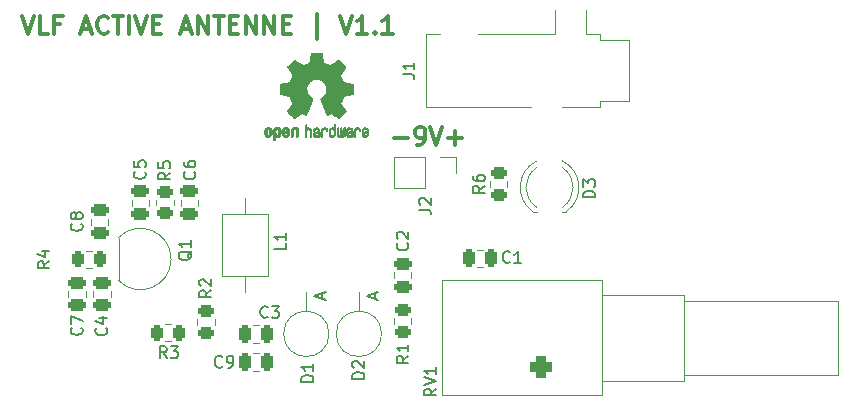
<source format=gbr>
%TF.GenerationSoftware,KiCad,Pcbnew,(6.0.11-0)*%
%TF.CreationDate,2024-07-13T22:40:32+02:00*%
%TF.ProjectId,SAQ_RX,5341515f-5258-42e6-9b69-6361645f7063,rev?*%
%TF.SameCoordinates,Original*%
%TF.FileFunction,Legend,Top*%
%TF.FilePolarity,Positive*%
%FSLAX46Y46*%
G04 Gerber Fmt 4.6, Leading zero omitted, Abs format (unit mm)*
G04 Created by KiCad (PCBNEW (6.0.11-0)) date 2024-07-13 22:40:32*
%MOMM*%
%LPD*%
G01*
G04 APERTURE LIST*
G04 Aperture macros list*
%AMRoundRect*
0 Rectangle with rounded corners*
0 $1 Rounding radius*
0 $2 $3 $4 $5 $6 $7 $8 $9 X,Y pos of 4 corners*
0 Add a 4 corners polygon primitive as box body*
4,1,4,$2,$3,$4,$5,$6,$7,$8,$9,$2,$3,0*
0 Add four circle primitives for the rounded corners*
1,1,$1+$1,$2,$3*
1,1,$1+$1,$4,$5*
1,1,$1+$1,$6,$7*
1,1,$1+$1,$8,$9*
0 Add four rect primitives between the rounded corners*
20,1,$1+$1,$2,$3,$4,$5,0*
20,1,$1+$1,$4,$5,$6,$7,0*
20,1,$1+$1,$6,$7,$8,$9,0*
20,1,$1+$1,$8,$9,$2,$3,0*%
G04 Aperture macros list end*
%ADD10C,0.300000*%
%ADD11C,0.150000*%
%ADD12C,0.010000*%
%ADD13C,0.120000*%
%ADD14RoundRect,0.250000X0.475000X-0.250000X0.475000X0.250000X-0.475000X0.250000X-0.475000X-0.250000X0*%
%ADD15R,2.400000X2.400000*%
%ADD16O,2.400000X2.400000*%
%ADD17C,1.600000*%
%ADD18O,1.600000X1.600000*%
%ADD19RoundRect,0.250000X0.262500X0.450000X-0.262500X0.450000X-0.262500X-0.450000X0.262500X-0.450000X0*%
%ADD20RoundRect,0.250000X-0.262500X-0.450000X0.262500X-0.450000X0.262500X0.450000X-0.262500X0.450000X0*%
%ADD21RoundRect,0.450000X-0.450000X-0.450000X0.450000X-0.450000X0.450000X0.450000X-0.450000X0.450000X0*%
%ADD22C,1.800000*%
%ADD23RoundRect,0.250000X-0.250000X-0.475000X0.250000X-0.475000X0.250000X0.475000X-0.250000X0.475000X0*%
%ADD24RoundRect,0.250000X-0.450000X0.262500X-0.450000X-0.262500X0.450000X-0.262500X0.450000X0.262500X0*%
%ADD25RoundRect,0.250000X-0.475000X0.250000X-0.475000X-0.250000X0.475000X-0.250000X0.475000X0.250000X0*%
%ADD26R,1.800000X1.800000*%
%ADD27RoundRect,0.250000X0.450000X-0.262500X0.450000X0.262500X-0.450000X0.262500X-0.450000X-0.262500X0*%
%ADD28C,1.700000*%
%ADD29R,2.200000X2.800000*%
%ADD30R,2.800000X2.800000*%
%ADD31R,1.500000X1.050000*%
%ADD32O,1.500000X1.050000*%
%ADD33R,1.700000X1.700000*%
%ADD34O,1.700000X1.700000*%
%ADD35RoundRect,0.250000X0.250000X0.475000X-0.250000X0.475000X-0.250000X-0.475000X0.250000X-0.475000X0*%
G04 APERTURE END LIST*
D10*
X160942857Y-80807142D02*
X162085714Y-80807142D01*
X162871428Y-81378571D02*
X163157142Y-81378571D01*
X163300000Y-81307142D01*
X163371428Y-81235714D01*
X163514285Y-81021428D01*
X163585714Y-80735714D01*
X163585714Y-80164285D01*
X163514285Y-80021428D01*
X163442857Y-79950000D01*
X163300000Y-79878571D01*
X163014285Y-79878571D01*
X162871428Y-79950000D01*
X162800000Y-80021428D01*
X162728571Y-80164285D01*
X162728571Y-80521428D01*
X162800000Y-80664285D01*
X162871428Y-80735714D01*
X163014285Y-80807142D01*
X163300000Y-80807142D01*
X163442857Y-80735714D01*
X163514285Y-80664285D01*
X163585714Y-80521428D01*
X164014285Y-79878571D02*
X164514285Y-81378571D01*
X165014285Y-79878571D01*
X165514285Y-80807142D02*
X166657142Y-80807142D01*
X166085714Y-81378571D02*
X166085714Y-80235714D01*
X129450000Y-70478571D02*
X129950000Y-71978571D01*
X130450000Y-70478571D01*
X131664285Y-71978571D02*
X130950000Y-71978571D01*
X130950000Y-70478571D01*
X132664285Y-71192857D02*
X132164285Y-71192857D01*
X132164285Y-71978571D02*
X132164285Y-70478571D01*
X132878571Y-70478571D01*
X134521428Y-71550000D02*
X135235714Y-71550000D01*
X134378571Y-71978571D02*
X134878571Y-70478571D01*
X135378571Y-71978571D01*
X136735714Y-71835714D02*
X136664285Y-71907142D01*
X136450000Y-71978571D01*
X136307142Y-71978571D01*
X136092857Y-71907142D01*
X135950000Y-71764285D01*
X135878571Y-71621428D01*
X135807142Y-71335714D01*
X135807142Y-71121428D01*
X135878571Y-70835714D01*
X135950000Y-70692857D01*
X136092857Y-70550000D01*
X136307142Y-70478571D01*
X136450000Y-70478571D01*
X136664285Y-70550000D01*
X136735714Y-70621428D01*
X137164285Y-70478571D02*
X138021428Y-70478571D01*
X137592857Y-71978571D02*
X137592857Y-70478571D01*
X138521428Y-71978571D02*
X138521428Y-70478571D01*
X139021428Y-70478571D02*
X139521428Y-71978571D01*
X140021428Y-70478571D01*
X140521428Y-71192857D02*
X141021428Y-71192857D01*
X141235714Y-71978571D02*
X140521428Y-71978571D01*
X140521428Y-70478571D01*
X141235714Y-70478571D01*
X142950000Y-71550000D02*
X143664285Y-71550000D01*
X142807142Y-71978571D02*
X143307142Y-70478571D01*
X143807142Y-71978571D01*
X144307142Y-71978571D02*
X144307142Y-70478571D01*
X145164285Y-71978571D01*
X145164285Y-70478571D01*
X145664285Y-70478571D02*
X146521428Y-70478571D01*
X146092857Y-71978571D02*
X146092857Y-70478571D01*
X147021428Y-71192857D02*
X147521428Y-71192857D01*
X147735714Y-71978571D02*
X147021428Y-71978571D01*
X147021428Y-70478571D01*
X147735714Y-70478571D01*
X148378571Y-71978571D02*
X148378571Y-70478571D01*
X149235714Y-71978571D01*
X149235714Y-70478571D01*
X149950000Y-71978571D02*
X149950000Y-70478571D01*
X150807142Y-71978571D01*
X150807142Y-70478571D01*
X151521428Y-71192857D02*
X152021428Y-71192857D01*
X152235714Y-71978571D02*
X151521428Y-71978571D01*
X151521428Y-70478571D01*
X152235714Y-70478571D01*
X154378571Y-72478571D02*
X154378571Y-70335714D01*
X156378571Y-70478571D02*
X156878571Y-71978571D01*
X157378571Y-70478571D01*
X158664285Y-71978571D02*
X157807142Y-71978571D01*
X158235714Y-71978571D02*
X158235714Y-70478571D01*
X158092857Y-70692857D01*
X157950000Y-70835714D01*
X157807142Y-70907142D01*
X159307142Y-71835714D02*
X159378571Y-71907142D01*
X159307142Y-71978571D01*
X159235714Y-71907142D01*
X159307142Y-71835714D01*
X159307142Y-71978571D01*
X160807142Y-71978571D02*
X159950000Y-71978571D01*
X160378571Y-71978571D02*
X160378571Y-70478571D01*
X160235714Y-70692857D01*
X160092857Y-70835714D01*
X159950000Y-70907142D01*
D11*
%TO.C,C2*%
X162057142Y-89716666D02*
X162104761Y-89764285D01*
X162152380Y-89907142D01*
X162152380Y-90002380D01*
X162104761Y-90145238D01*
X162009523Y-90240476D01*
X161914285Y-90288095D01*
X161723809Y-90335714D01*
X161580952Y-90335714D01*
X161390476Y-90288095D01*
X161295238Y-90240476D01*
X161200000Y-90145238D01*
X161152380Y-90002380D01*
X161152380Y-89907142D01*
X161200000Y-89764285D01*
X161247619Y-89716666D01*
X161247619Y-89335714D02*
X161200000Y-89288095D01*
X161152380Y-89192857D01*
X161152380Y-88954761D01*
X161200000Y-88859523D01*
X161247619Y-88811904D01*
X161342857Y-88764285D01*
X161438095Y-88764285D01*
X161580952Y-88811904D01*
X162152380Y-89383333D01*
X162152380Y-88764285D01*
%TO.C,D1*%
X154084380Y-101458095D02*
X153084380Y-101458095D01*
X153084380Y-101220000D01*
X153132000Y-101077142D01*
X153227238Y-100981904D01*
X153322476Y-100934285D01*
X153512952Y-100886666D01*
X153655809Y-100886666D01*
X153846285Y-100934285D01*
X153941523Y-100981904D01*
X154036761Y-101077142D01*
X154084380Y-101220000D01*
X154084380Y-101458095D01*
X154084380Y-99934285D02*
X154084380Y-100505714D01*
X154084380Y-100220000D02*
X153084380Y-100220000D01*
X153227238Y-100315238D01*
X153322476Y-100410476D01*
X153370095Y-100505714D01*
X154866666Y-94458095D02*
X154866666Y-93981904D01*
X155152380Y-94553333D02*
X154152380Y-94220000D01*
X155152380Y-93886666D01*
%TO.C,D2*%
X158402380Y-101204095D02*
X157402380Y-101204095D01*
X157402380Y-100966000D01*
X157450000Y-100823142D01*
X157545238Y-100727904D01*
X157640476Y-100680285D01*
X157830952Y-100632666D01*
X157973809Y-100632666D01*
X158164285Y-100680285D01*
X158259523Y-100727904D01*
X158354761Y-100823142D01*
X158402380Y-100966000D01*
X158402380Y-101204095D01*
X157497619Y-100251714D02*
X157450000Y-100204095D01*
X157402380Y-100108857D01*
X157402380Y-99870761D01*
X157450000Y-99775523D01*
X157497619Y-99727904D01*
X157592857Y-99680285D01*
X157688095Y-99680285D01*
X157830952Y-99727904D01*
X158402380Y-100299333D01*
X158402380Y-99680285D01*
X159316666Y-94458095D02*
X159316666Y-93981904D01*
X159602380Y-94553333D02*
X158602380Y-94220000D01*
X159602380Y-93886666D01*
%TO.C,C5*%
X139807142Y-83672666D02*
X139854761Y-83720285D01*
X139902380Y-83863142D01*
X139902380Y-83958380D01*
X139854761Y-84101238D01*
X139759523Y-84196476D01*
X139664285Y-84244095D01*
X139473809Y-84291714D01*
X139330952Y-84291714D01*
X139140476Y-84244095D01*
X139045238Y-84196476D01*
X138950000Y-84101238D01*
X138902380Y-83958380D01*
X138902380Y-83863142D01*
X138950000Y-83720285D01*
X138997619Y-83672666D01*
X138902380Y-82767904D02*
X138902380Y-83244095D01*
X139378571Y-83291714D01*
X139330952Y-83244095D01*
X139283333Y-83148857D01*
X139283333Y-82910761D01*
X139330952Y-82815523D01*
X139378571Y-82767904D01*
X139473809Y-82720285D01*
X139711904Y-82720285D01*
X139807142Y-82767904D01*
X139854761Y-82815523D01*
X139902380Y-82910761D01*
X139902380Y-83148857D01*
X139854761Y-83244095D01*
X139807142Y-83291714D01*
%TO.C,L1*%
X151800380Y-89750666D02*
X151800380Y-90226857D01*
X150800380Y-90226857D01*
X151800380Y-88893523D02*
X151800380Y-89464952D01*
X151800380Y-89179238D02*
X150800380Y-89179238D01*
X150943238Y-89274476D01*
X151038476Y-89369714D01*
X151086095Y-89464952D01*
%TO.C,R3*%
X141683333Y-99452380D02*
X141350000Y-98976190D01*
X141111904Y-99452380D02*
X141111904Y-98452380D01*
X141492857Y-98452380D01*
X141588095Y-98500000D01*
X141635714Y-98547619D01*
X141683333Y-98642857D01*
X141683333Y-98785714D01*
X141635714Y-98880952D01*
X141588095Y-98928571D01*
X141492857Y-98976190D01*
X141111904Y-98976190D01*
X142016666Y-98452380D02*
X142635714Y-98452380D01*
X142302380Y-98833333D01*
X142445238Y-98833333D01*
X142540476Y-98880952D01*
X142588095Y-98928571D01*
X142635714Y-99023809D01*
X142635714Y-99261904D01*
X142588095Y-99357142D01*
X142540476Y-99404761D01*
X142445238Y-99452380D01*
X142159523Y-99452380D01*
X142064285Y-99404761D01*
X142016666Y-99357142D01*
%TO.C,C6*%
X144013142Y-83686666D02*
X144060761Y-83734285D01*
X144108380Y-83877142D01*
X144108380Y-83972380D01*
X144060761Y-84115238D01*
X143965523Y-84210476D01*
X143870285Y-84258095D01*
X143679809Y-84305714D01*
X143536952Y-84305714D01*
X143346476Y-84258095D01*
X143251238Y-84210476D01*
X143156000Y-84115238D01*
X143108380Y-83972380D01*
X143108380Y-83877142D01*
X143156000Y-83734285D01*
X143203619Y-83686666D01*
X143108380Y-82829523D02*
X143108380Y-83020000D01*
X143156000Y-83115238D01*
X143203619Y-83162857D01*
X143346476Y-83258095D01*
X143536952Y-83305714D01*
X143917904Y-83305714D01*
X144013142Y-83258095D01*
X144060761Y-83210476D01*
X144108380Y-83115238D01*
X144108380Y-82924761D01*
X144060761Y-82829523D01*
X144013142Y-82781904D01*
X143917904Y-82734285D01*
X143679809Y-82734285D01*
X143584571Y-82781904D01*
X143536952Y-82829523D01*
X143489333Y-82924761D01*
X143489333Y-83115238D01*
X143536952Y-83210476D01*
X143584571Y-83258095D01*
X143679809Y-83305714D01*
%TO.C,R4*%
X131752380Y-91266666D02*
X131276190Y-91600000D01*
X131752380Y-91838095D02*
X130752380Y-91838095D01*
X130752380Y-91457142D01*
X130800000Y-91361904D01*
X130847619Y-91314285D01*
X130942857Y-91266666D01*
X131085714Y-91266666D01*
X131180952Y-91314285D01*
X131228571Y-91361904D01*
X131276190Y-91457142D01*
X131276190Y-91838095D01*
X131085714Y-90409523D02*
X131752380Y-90409523D01*
X130704761Y-90647619D02*
X131419047Y-90885714D01*
X131419047Y-90266666D01*
%TO.C,RV1*%
X164502380Y-102045238D02*
X164026190Y-102378571D01*
X164502380Y-102616666D02*
X163502380Y-102616666D01*
X163502380Y-102235714D01*
X163550000Y-102140476D01*
X163597619Y-102092857D01*
X163692857Y-102045238D01*
X163835714Y-102045238D01*
X163930952Y-102092857D01*
X163978571Y-102140476D01*
X164026190Y-102235714D01*
X164026190Y-102616666D01*
X163502380Y-101759523D02*
X164502380Y-101426190D01*
X163502380Y-101092857D01*
X164502380Y-100235714D02*
X164502380Y-100807142D01*
X164502380Y-100521428D02*
X163502380Y-100521428D01*
X163645238Y-100616666D01*
X163740476Y-100711904D01*
X163788095Y-100807142D01*
%TO.C,C3*%
X150233333Y-95957142D02*
X150185714Y-96004761D01*
X150042857Y-96052380D01*
X149947619Y-96052380D01*
X149804761Y-96004761D01*
X149709523Y-95909523D01*
X149661904Y-95814285D01*
X149614285Y-95623809D01*
X149614285Y-95480952D01*
X149661904Y-95290476D01*
X149709523Y-95195238D01*
X149804761Y-95100000D01*
X149947619Y-95052380D01*
X150042857Y-95052380D01*
X150185714Y-95100000D01*
X150233333Y-95147619D01*
X150566666Y-95052380D02*
X151185714Y-95052380D01*
X150852380Y-95433333D01*
X150995238Y-95433333D01*
X151090476Y-95480952D01*
X151138095Y-95528571D01*
X151185714Y-95623809D01*
X151185714Y-95861904D01*
X151138095Y-95957142D01*
X151090476Y-96004761D01*
X150995238Y-96052380D01*
X150709523Y-96052380D01*
X150614285Y-96004761D01*
X150566666Y-95957142D01*
%TO.C,R1*%
X162152380Y-99266666D02*
X161676190Y-99600000D01*
X162152380Y-99838095D02*
X161152380Y-99838095D01*
X161152380Y-99457142D01*
X161200000Y-99361904D01*
X161247619Y-99314285D01*
X161342857Y-99266666D01*
X161485714Y-99266666D01*
X161580952Y-99314285D01*
X161628571Y-99361904D01*
X161676190Y-99457142D01*
X161676190Y-99838095D01*
X162152380Y-98314285D02*
X162152380Y-98885714D01*
X162152380Y-98600000D02*
X161152380Y-98600000D01*
X161295238Y-98695238D01*
X161390476Y-98790476D01*
X161438095Y-98885714D01*
%TO.C,C7*%
X134457142Y-96866666D02*
X134504761Y-96914285D01*
X134552380Y-97057142D01*
X134552380Y-97152380D01*
X134504761Y-97295238D01*
X134409523Y-97390476D01*
X134314285Y-97438095D01*
X134123809Y-97485714D01*
X133980952Y-97485714D01*
X133790476Y-97438095D01*
X133695238Y-97390476D01*
X133600000Y-97295238D01*
X133552380Y-97152380D01*
X133552380Y-97057142D01*
X133600000Y-96914285D01*
X133647619Y-96866666D01*
X133552380Y-96533333D02*
X133552380Y-95866666D01*
X134552380Y-96295238D01*
%TO.C,R2*%
X145452380Y-93716666D02*
X144976190Y-94050000D01*
X145452380Y-94288095D02*
X144452380Y-94288095D01*
X144452380Y-93907142D01*
X144500000Y-93811904D01*
X144547619Y-93764285D01*
X144642857Y-93716666D01*
X144785714Y-93716666D01*
X144880952Y-93764285D01*
X144928571Y-93811904D01*
X144976190Y-93907142D01*
X144976190Y-94288095D01*
X144547619Y-93335714D02*
X144500000Y-93288095D01*
X144452380Y-93192857D01*
X144452380Y-92954761D01*
X144500000Y-92859523D01*
X144547619Y-92811904D01*
X144642857Y-92764285D01*
X144738095Y-92764285D01*
X144880952Y-92811904D01*
X145452380Y-93383333D01*
X145452380Y-92764285D01*
%TO.C,D3*%
X177952380Y-85838095D02*
X176952380Y-85838095D01*
X176952380Y-85600000D01*
X177000000Y-85457142D01*
X177095238Y-85361904D01*
X177190476Y-85314285D01*
X177380952Y-85266666D01*
X177523809Y-85266666D01*
X177714285Y-85314285D01*
X177809523Y-85361904D01*
X177904761Y-85457142D01*
X177952380Y-85600000D01*
X177952380Y-85838095D01*
X176952380Y-84933333D02*
X176952380Y-84314285D01*
X177333333Y-84647619D01*
X177333333Y-84504761D01*
X177380952Y-84409523D01*
X177428571Y-84361904D01*
X177523809Y-84314285D01*
X177761904Y-84314285D01*
X177857142Y-84361904D01*
X177904761Y-84409523D01*
X177952380Y-84504761D01*
X177952380Y-84790476D01*
X177904761Y-84885714D01*
X177857142Y-84933333D01*
%TO.C,R5*%
X141976380Y-83754166D02*
X141500190Y-84087500D01*
X141976380Y-84325595D02*
X140976380Y-84325595D01*
X140976380Y-83944642D01*
X141024000Y-83849404D01*
X141071619Y-83801785D01*
X141166857Y-83754166D01*
X141309714Y-83754166D01*
X141404952Y-83801785D01*
X141452571Y-83849404D01*
X141500190Y-83944642D01*
X141500190Y-84325595D01*
X140976380Y-82849404D02*
X140976380Y-83325595D01*
X141452571Y-83373214D01*
X141404952Y-83325595D01*
X141357333Y-83230357D01*
X141357333Y-82992261D01*
X141404952Y-82897023D01*
X141452571Y-82849404D01*
X141547809Y-82801785D01*
X141785904Y-82801785D01*
X141881142Y-82849404D01*
X141928761Y-82897023D01*
X141976380Y-82992261D01*
X141976380Y-83230357D01*
X141928761Y-83325595D01*
X141881142Y-83373214D01*
%TO.C,J1*%
X161652380Y-75433333D02*
X162366666Y-75433333D01*
X162509523Y-75480952D01*
X162604761Y-75576190D01*
X162652380Y-75719047D01*
X162652380Y-75814285D01*
X162652380Y-74433333D02*
X162652380Y-75004761D01*
X162652380Y-74719047D02*
X161652380Y-74719047D01*
X161795238Y-74814285D01*
X161890476Y-74909523D01*
X161938095Y-75004761D01*
%TO.C,Q1*%
X143797619Y-90395238D02*
X143750000Y-90490476D01*
X143654761Y-90585714D01*
X143511904Y-90728571D01*
X143464285Y-90823809D01*
X143464285Y-90919047D01*
X143702380Y-90871428D02*
X143654761Y-90966666D01*
X143559523Y-91061904D01*
X143369047Y-91109523D01*
X143035714Y-91109523D01*
X142845238Y-91061904D01*
X142750000Y-90966666D01*
X142702380Y-90871428D01*
X142702380Y-90680952D01*
X142750000Y-90585714D01*
X142845238Y-90490476D01*
X143035714Y-90442857D01*
X143369047Y-90442857D01*
X143559523Y-90490476D01*
X143654761Y-90585714D01*
X143702380Y-90680952D01*
X143702380Y-90871428D01*
X143702380Y-89490476D02*
X143702380Y-90061904D01*
X143702380Y-89776190D02*
X142702380Y-89776190D01*
X142845238Y-89871428D01*
X142940476Y-89966666D01*
X142988095Y-90061904D01*
%TO.C,J2*%
X163052380Y-86883333D02*
X163766666Y-86883333D01*
X163909523Y-86930952D01*
X164004761Y-87026190D01*
X164052380Y-87169047D01*
X164052380Y-87264285D01*
X163147619Y-86454761D02*
X163100000Y-86407142D01*
X163052380Y-86311904D01*
X163052380Y-86073809D01*
X163100000Y-85978571D01*
X163147619Y-85930952D01*
X163242857Y-85883333D01*
X163338095Y-85883333D01*
X163480952Y-85930952D01*
X164052380Y-86502380D01*
X164052380Y-85883333D01*
%TO.C,C1*%
X170733333Y-91307142D02*
X170685714Y-91354761D01*
X170542857Y-91402380D01*
X170447619Y-91402380D01*
X170304761Y-91354761D01*
X170209523Y-91259523D01*
X170161904Y-91164285D01*
X170114285Y-90973809D01*
X170114285Y-90830952D01*
X170161904Y-90640476D01*
X170209523Y-90545238D01*
X170304761Y-90450000D01*
X170447619Y-90402380D01*
X170542857Y-90402380D01*
X170685714Y-90450000D01*
X170733333Y-90497619D01*
X171685714Y-91402380D02*
X171114285Y-91402380D01*
X171400000Y-91402380D02*
X171400000Y-90402380D01*
X171304761Y-90545238D01*
X171209523Y-90640476D01*
X171114285Y-90688095D01*
%TO.C,R6*%
X168602380Y-84866666D02*
X168126190Y-85200000D01*
X168602380Y-85438095D02*
X167602380Y-85438095D01*
X167602380Y-85057142D01*
X167650000Y-84961904D01*
X167697619Y-84914285D01*
X167792857Y-84866666D01*
X167935714Y-84866666D01*
X168030952Y-84914285D01*
X168078571Y-84961904D01*
X168126190Y-85057142D01*
X168126190Y-85438095D01*
X167602380Y-84009523D02*
X167602380Y-84200000D01*
X167650000Y-84295238D01*
X167697619Y-84342857D01*
X167840476Y-84438095D01*
X168030952Y-84485714D01*
X168411904Y-84485714D01*
X168507142Y-84438095D01*
X168554761Y-84390476D01*
X168602380Y-84295238D01*
X168602380Y-84104761D01*
X168554761Y-84009523D01*
X168507142Y-83961904D01*
X168411904Y-83914285D01*
X168173809Y-83914285D01*
X168078571Y-83961904D01*
X168030952Y-84009523D01*
X167983333Y-84104761D01*
X167983333Y-84295238D01*
X168030952Y-84390476D01*
X168078571Y-84438095D01*
X168173809Y-84485714D01*
%TO.C,C9*%
X146383333Y-100157142D02*
X146335714Y-100204761D01*
X146192857Y-100252380D01*
X146097619Y-100252380D01*
X145954761Y-100204761D01*
X145859523Y-100109523D01*
X145811904Y-100014285D01*
X145764285Y-99823809D01*
X145764285Y-99680952D01*
X145811904Y-99490476D01*
X145859523Y-99395238D01*
X145954761Y-99300000D01*
X146097619Y-99252380D01*
X146192857Y-99252380D01*
X146335714Y-99300000D01*
X146383333Y-99347619D01*
X146859523Y-100252380D02*
X147050000Y-100252380D01*
X147145238Y-100204761D01*
X147192857Y-100157142D01*
X147288095Y-100014285D01*
X147335714Y-99823809D01*
X147335714Y-99442857D01*
X147288095Y-99347619D01*
X147240476Y-99300000D01*
X147145238Y-99252380D01*
X146954761Y-99252380D01*
X146859523Y-99300000D01*
X146811904Y-99347619D01*
X146764285Y-99442857D01*
X146764285Y-99680952D01*
X146811904Y-99776190D01*
X146859523Y-99823809D01*
X146954761Y-99871428D01*
X147145238Y-99871428D01*
X147240476Y-99823809D01*
X147288095Y-99776190D01*
X147335714Y-99680952D01*
%TO.C,C8*%
X134457142Y-88066666D02*
X134504761Y-88114285D01*
X134552380Y-88257142D01*
X134552380Y-88352380D01*
X134504761Y-88495238D01*
X134409523Y-88590476D01*
X134314285Y-88638095D01*
X134123809Y-88685714D01*
X133980952Y-88685714D01*
X133790476Y-88638095D01*
X133695238Y-88590476D01*
X133600000Y-88495238D01*
X133552380Y-88352380D01*
X133552380Y-88257142D01*
X133600000Y-88114285D01*
X133647619Y-88066666D01*
X133980952Y-87495238D02*
X133933333Y-87590476D01*
X133885714Y-87638095D01*
X133790476Y-87685714D01*
X133742857Y-87685714D01*
X133647619Y-87638095D01*
X133600000Y-87590476D01*
X133552380Y-87495238D01*
X133552380Y-87304761D01*
X133600000Y-87209523D01*
X133647619Y-87161904D01*
X133742857Y-87114285D01*
X133790476Y-87114285D01*
X133885714Y-87161904D01*
X133933333Y-87209523D01*
X133980952Y-87304761D01*
X133980952Y-87495238D01*
X134028571Y-87590476D01*
X134076190Y-87638095D01*
X134171428Y-87685714D01*
X134361904Y-87685714D01*
X134457142Y-87638095D01*
X134504761Y-87590476D01*
X134552380Y-87495238D01*
X134552380Y-87304761D01*
X134504761Y-87209523D01*
X134457142Y-87161904D01*
X134361904Y-87114285D01*
X134171428Y-87114285D01*
X134076190Y-87161904D01*
X134028571Y-87209523D01*
X133980952Y-87304761D01*
%TO.C,C4*%
X136557142Y-96916666D02*
X136604761Y-96964285D01*
X136652380Y-97107142D01*
X136652380Y-97202380D01*
X136604761Y-97345238D01*
X136509523Y-97440476D01*
X136414285Y-97488095D01*
X136223809Y-97535714D01*
X136080952Y-97535714D01*
X135890476Y-97488095D01*
X135795238Y-97440476D01*
X135700000Y-97345238D01*
X135652380Y-97202380D01*
X135652380Y-97107142D01*
X135700000Y-96964285D01*
X135747619Y-96916666D01*
X135985714Y-96059523D02*
X136652380Y-96059523D01*
X135604761Y-96297619D02*
X136319047Y-96535714D01*
X136319047Y-95916666D01*
%TO.C,REF\u002A\u002A*%
G36*
X152621664Y-79895089D02*
G01*
X152684367Y-79931358D01*
X152727961Y-79967358D01*
X152759845Y-80005075D01*
X152781810Y-80051199D01*
X152795649Y-80112421D01*
X152803153Y-80195431D01*
X152806117Y-80306919D01*
X152806461Y-80387062D01*
X152806461Y-80682065D01*
X152640385Y-80756515D01*
X152630615Y-80433402D01*
X152626579Y-80312729D01*
X152622344Y-80225141D01*
X152617097Y-80164650D01*
X152610025Y-80125268D01*
X152600311Y-80101007D01*
X152587144Y-80085880D01*
X152582919Y-80082606D01*
X152518909Y-80057034D01*
X152454208Y-80067153D01*
X152415692Y-80094000D01*
X152400025Y-80113024D01*
X152389180Y-80137988D01*
X152382288Y-80175834D01*
X152378479Y-80233502D01*
X152376883Y-80317935D01*
X152376615Y-80405928D01*
X152376563Y-80516323D01*
X152374672Y-80594463D01*
X152368345Y-80647165D01*
X152354983Y-80681242D01*
X152331985Y-80703511D01*
X152296754Y-80720787D01*
X152249697Y-80738738D01*
X152198303Y-80758278D01*
X152204421Y-80411485D01*
X152206884Y-80286468D01*
X152209767Y-80194082D01*
X152213898Y-80127881D01*
X152220107Y-80081420D01*
X152229226Y-80048256D01*
X152242083Y-80021944D01*
X152257584Y-79998729D01*
X152332371Y-79924569D01*
X152423628Y-79881684D01*
X152522883Y-79871412D01*
X152621664Y-79895089D01*
G37*
D12*
X152621664Y-79895089D02*
X152684367Y-79931358D01*
X152727961Y-79967358D01*
X152759845Y-80005075D01*
X152781810Y-80051199D01*
X152795649Y-80112421D01*
X152803153Y-80195431D01*
X152806117Y-80306919D01*
X152806461Y-80387062D01*
X152806461Y-80682065D01*
X152640385Y-80756515D01*
X152630615Y-80433402D01*
X152626579Y-80312729D01*
X152622344Y-80225141D01*
X152617097Y-80164650D01*
X152610025Y-80125268D01*
X152600311Y-80101007D01*
X152587144Y-80085880D01*
X152582919Y-80082606D01*
X152518909Y-80057034D01*
X152454208Y-80067153D01*
X152415692Y-80094000D01*
X152400025Y-80113024D01*
X152389180Y-80137988D01*
X152382288Y-80175834D01*
X152378479Y-80233502D01*
X152376883Y-80317935D01*
X152376615Y-80405928D01*
X152376563Y-80516323D01*
X152374672Y-80594463D01*
X152368345Y-80647165D01*
X152354983Y-80681242D01*
X152331985Y-80703511D01*
X152296754Y-80720787D01*
X152249697Y-80738738D01*
X152198303Y-80758278D01*
X152204421Y-80411485D01*
X152206884Y-80286468D01*
X152209767Y-80194082D01*
X152213898Y-80127881D01*
X152220107Y-80081420D01*
X152229226Y-80048256D01*
X152242083Y-80021944D01*
X152257584Y-79998729D01*
X152332371Y-79924569D01*
X152423628Y-79881684D01*
X152522883Y-79871412D01*
X152621664Y-79895089D01*
G36*
X155406362Y-80113577D02*
G01*
X155436528Y-80044269D01*
X155483629Y-79990211D01*
X155520312Y-79962505D01*
X155586990Y-79932572D01*
X155664272Y-79918678D01*
X155736110Y-79922397D01*
X155776308Y-79937400D01*
X155792082Y-79941670D01*
X155802550Y-79925750D01*
X155809856Y-79883089D01*
X155815385Y-79818106D01*
X155821437Y-79745732D01*
X155829844Y-79702187D01*
X155845141Y-79677287D01*
X155871864Y-79660845D01*
X155888654Y-79653564D01*
X155952154Y-79626963D01*
X155952081Y-80080289D01*
X155951833Y-80226320D01*
X155950872Y-80338655D01*
X155948794Y-80422678D01*
X155945193Y-80483769D01*
X155939665Y-80527309D01*
X155931804Y-80558679D01*
X155921207Y-80583262D01*
X155913182Y-80597294D01*
X155846728Y-80673388D01*
X155762470Y-80721084D01*
X155669249Y-80738199D01*
X155575900Y-80722546D01*
X155520312Y-80694418D01*
X155461957Y-80645760D01*
X155422186Y-80586333D01*
X155398190Y-80508507D01*
X155387161Y-80404652D01*
X155385599Y-80328462D01*
X155385809Y-80322986D01*
X155522308Y-80322986D01*
X155523141Y-80410355D01*
X155526961Y-80468192D01*
X155535746Y-80506029D01*
X155551474Y-80533398D01*
X155570266Y-80554042D01*
X155633375Y-80593890D01*
X155701137Y-80597295D01*
X155765179Y-80564025D01*
X155770164Y-80559517D01*
X155791439Y-80536067D01*
X155804779Y-80508166D01*
X155812001Y-80466641D01*
X155814923Y-80402316D01*
X155815385Y-80331200D01*
X155814383Y-80241858D01*
X155810238Y-80182258D01*
X155801236Y-80143089D01*
X155785667Y-80115040D01*
X155772902Y-80100144D01*
X155713600Y-80062575D01*
X155645301Y-80058057D01*
X155580110Y-80086753D01*
X155567528Y-80097406D01*
X155546111Y-80121063D01*
X155532744Y-80149251D01*
X155525566Y-80191245D01*
X155522719Y-80256319D01*
X155522308Y-80322986D01*
X155385809Y-80322986D01*
X155390322Y-80205765D01*
X155406362Y-80113577D01*
G37*
X155406362Y-80113577D02*
X155436528Y-80044269D01*
X155483629Y-79990211D01*
X155520312Y-79962505D01*
X155586990Y-79932572D01*
X155664272Y-79918678D01*
X155736110Y-79922397D01*
X155776308Y-79937400D01*
X155792082Y-79941670D01*
X155802550Y-79925750D01*
X155809856Y-79883089D01*
X155815385Y-79818106D01*
X155821437Y-79745732D01*
X155829844Y-79702187D01*
X155845141Y-79677287D01*
X155871864Y-79660845D01*
X155888654Y-79653564D01*
X155952154Y-79626963D01*
X155952081Y-80080289D01*
X155951833Y-80226320D01*
X155950872Y-80338655D01*
X155948794Y-80422678D01*
X155945193Y-80483769D01*
X155939665Y-80527309D01*
X155931804Y-80558679D01*
X155921207Y-80583262D01*
X155913182Y-80597294D01*
X155846728Y-80673388D01*
X155762470Y-80721084D01*
X155669249Y-80738199D01*
X155575900Y-80722546D01*
X155520312Y-80694418D01*
X155461957Y-80645760D01*
X155422186Y-80586333D01*
X155398190Y-80508507D01*
X155387161Y-80404652D01*
X155385599Y-80328462D01*
X155385809Y-80322986D01*
X155522308Y-80322986D01*
X155523141Y-80410355D01*
X155526961Y-80468192D01*
X155535746Y-80506029D01*
X155551474Y-80533398D01*
X155570266Y-80554042D01*
X155633375Y-80593890D01*
X155701137Y-80597295D01*
X155765179Y-80564025D01*
X155770164Y-80559517D01*
X155791439Y-80536067D01*
X155804779Y-80508166D01*
X155812001Y-80466641D01*
X155814923Y-80402316D01*
X155815385Y-80331200D01*
X155814383Y-80241858D01*
X155810238Y-80182258D01*
X155801236Y-80143089D01*
X155785667Y-80115040D01*
X155772902Y-80100144D01*
X155713600Y-80062575D01*
X155645301Y-80058057D01*
X155580110Y-80086753D01*
X155567528Y-80097406D01*
X155546111Y-80121063D01*
X155532744Y-80149251D01*
X155525566Y-80191245D01*
X155522719Y-80256319D01*
X155522308Y-80322986D01*
X155385809Y-80322986D01*
X155390322Y-80205765D01*
X155406362Y-80113577D01*
G36*
X153509846Y-79792120D02*
G01*
X153515572Y-79871980D01*
X153522149Y-79919039D01*
X153531262Y-79939566D01*
X153544598Y-79939829D01*
X153548923Y-79937378D01*
X153606444Y-79919636D01*
X153681268Y-79920672D01*
X153757339Y-79938910D01*
X153804918Y-79962505D01*
X153853702Y-80000198D01*
X153889364Y-80042855D01*
X153913845Y-80097057D01*
X153929087Y-80169384D01*
X153937030Y-80266419D01*
X153939616Y-80394742D01*
X153939662Y-80419358D01*
X153939692Y-80695870D01*
X153878161Y-80717320D01*
X153834459Y-80731912D01*
X153810482Y-80738706D01*
X153809777Y-80738769D01*
X153807415Y-80720345D01*
X153805406Y-80669526D01*
X153803901Y-80592993D01*
X153803053Y-80497430D01*
X153802923Y-80439329D01*
X153802651Y-80324771D01*
X153801252Y-80242667D01*
X153797849Y-80186393D01*
X153791567Y-80149326D01*
X153781529Y-80124844D01*
X153766861Y-80106325D01*
X153757702Y-80097406D01*
X153694789Y-80061466D01*
X153626136Y-80058775D01*
X153563848Y-80089170D01*
X153552329Y-80100144D01*
X153535433Y-80120779D01*
X153523714Y-80145256D01*
X153516233Y-80180647D01*
X153512054Y-80234026D01*
X153510237Y-80312466D01*
X153509846Y-80420617D01*
X153509846Y-80695870D01*
X153448315Y-80717320D01*
X153404613Y-80731912D01*
X153380636Y-80738706D01*
X153379930Y-80738769D01*
X153378126Y-80720069D01*
X153376500Y-80667322D01*
X153375117Y-80585557D01*
X153374042Y-80479805D01*
X153373340Y-80355094D01*
X153373077Y-80216455D01*
X153373077Y-79681806D01*
X153500077Y-79628236D01*
X153509846Y-79792120D01*
G37*
X153509846Y-79792120D02*
X153515572Y-79871980D01*
X153522149Y-79919039D01*
X153531262Y-79939566D01*
X153544598Y-79939829D01*
X153548923Y-79937378D01*
X153606444Y-79919636D01*
X153681268Y-79920672D01*
X153757339Y-79938910D01*
X153804918Y-79962505D01*
X153853702Y-80000198D01*
X153889364Y-80042855D01*
X153913845Y-80097057D01*
X153929087Y-80169384D01*
X153937030Y-80266419D01*
X153939616Y-80394742D01*
X153939662Y-80419358D01*
X153939692Y-80695870D01*
X153878161Y-80717320D01*
X153834459Y-80731912D01*
X153810482Y-80738706D01*
X153809777Y-80738769D01*
X153807415Y-80720345D01*
X153805406Y-80669526D01*
X153803901Y-80592993D01*
X153803053Y-80497430D01*
X153802923Y-80439329D01*
X153802651Y-80324771D01*
X153801252Y-80242667D01*
X153797849Y-80186393D01*
X153791567Y-80149326D01*
X153781529Y-80124844D01*
X153766861Y-80106325D01*
X153757702Y-80097406D01*
X153694789Y-80061466D01*
X153626136Y-80058775D01*
X153563848Y-80089170D01*
X153552329Y-80100144D01*
X153535433Y-80120779D01*
X153523714Y-80145256D01*
X153516233Y-80180647D01*
X153512054Y-80234026D01*
X153510237Y-80312466D01*
X153509846Y-80420617D01*
X153509846Y-80695870D01*
X153448315Y-80717320D01*
X153404613Y-80731912D01*
X153380636Y-80738706D01*
X153379930Y-80738769D01*
X153378126Y-80720069D01*
X153376500Y-80667322D01*
X153375117Y-80585557D01*
X153374042Y-80479805D01*
X153373340Y-80355094D01*
X153373077Y-80216455D01*
X153373077Y-79681806D01*
X153500077Y-79628236D01*
X153509846Y-79792120D01*
G36*
X154403501Y-79926303D02*
G01*
X154480060Y-79954733D01*
X154480936Y-79955279D01*
X154528285Y-79990127D01*
X154563241Y-80030852D01*
X154587825Y-80083925D01*
X154604062Y-80155814D01*
X154613975Y-80252992D01*
X154619586Y-80381928D01*
X154620077Y-80400298D01*
X154627141Y-80677287D01*
X154567695Y-80708028D01*
X154524681Y-80728802D01*
X154498710Y-80738646D01*
X154497509Y-80738769D01*
X154493014Y-80720606D01*
X154489444Y-80671612D01*
X154487248Y-80600031D01*
X154486769Y-80542068D01*
X154486758Y-80448170D01*
X154482466Y-80389203D01*
X154467503Y-80361079D01*
X154435482Y-80359706D01*
X154380014Y-80380998D01*
X154296269Y-80420136D01*
X154234689Y-80452643D01*
X154203017Y-80480845D01*
X154193706Y-80511582D01*
X154193692Y-80513104D01*
X154209057Y-80566054D01*
X154254547Y-80594660D01*
X154324166Y-80598803D01*
X154374313Y-80598084D01*
X154400754Y-80612527D01*
X154417243Y-80647218D01*
X154426733Y-80691416D01*
X154413057Y-80716493D01*
X154407907Y-80720082D01*
X154359425Y-80734496D01*
X154291531Y-80736537D01*
X154221612Y-80726983D01*
X154172068Y-80709522D01*
X154103570Y-80651364D01*
X154064634Y-80570408D01*
X154056923Y-80507160D01*
X154062807Y-80450111D01*
X154084101Y-80403542D01*
X154126265Y-80362181D01*
X154194759Y-80320755D01*
X154295044Y-80273993D01*
X154301154Y-80271350D01*
X154391490Y-80229617D01*
X154447235Y-80195391D01*
X154471129Y-80164635D01*
X154465913Y-80133311D01*
X154434328Y-80097383D01*
X154424883Y-80089116D01*
X154361617Y-80057058D01*
X154296064Y-80058407D01*
X154238972Y-80089838D01*
X154201093Y-80148024D01*
X154197574Y-80159446D01*
X154163300Y-80214837D01*
X154119809Y-80241518D01*
X154056923Y-80267960D01*
X154056923Y-80199548D01*
X154076052Y-80100110D01*
X154132831Y-80008902D01*
X154162378Y-79978389D01*
X154229542Y-79939228D01*
X154314956Y-79921500D01*
X154403501Y-79926303D01*
G37*
X154403501Y-79926303D02*
X154480060Y-79954733D01*
X154480936Y-79955279D01*
X154528285Y-79990127D01*
X154563241Y-80030852D01*
X154587825Y-80083925D01*
X154604062Y-80155814D01*
X154613975Y-80252992D01*
X154619586Y-80381928D01*
X154620077Y-80400298D01*
X154627141Y-80677287D01*
X154567695Y-80708028D01*
X154524681Y-80728802D01*
X154498710Y-80738646D01*
X154497509Y-80738769D01*
X154493014Y-80720606D01*
X154489444Y-80671612D01*
X154487248Y-80600031D01*
X154486769Y-80542068D01*
X154486758Y-80448170D01*
X154482466Y-80389203D01*
X154467503Y-80361079D01*
X154435482Y-80359706D01*
X154380014Y-80380998D01*
X154296269Y-80420136D01*
X154234689Y-80452643D01*
X154203017Y-80480845D01*
X154193706Y-80511582D01*
X154193692Y-80513104D01*
X154209057Y-80566054D01*
X154254547Y-80594660D01*
X154324166Y-80598803D01*
X154374313Y-80598084D01*
X154400754Y-80612527D01*
X154417243Y-80647218D01*
X154426733Y-80691416D01*
X154413057Y-80716493D01*
X154407907Y-80720082D01*
X154359425Y-80734496D01*
X154291531Y-80736537D01*
X154221612Y-80726983D01*
X154172068Y-80709522D01*
X154103570Y-80651364D01*
X154064634Y-80570408D01*
X154056923Y-80507160D01*
X154062807Y-80450111D01*
X154084101Y-80403542D01*
X154126265Y-80362181D01*
X154194759Y-80320755D01*
X154295044Y-80273993D01*
X154301154Y-80271350D01*
X154391490Y-80229617D01*
X154447235Y-80195391D01*
X154471129Y-80164635D01*
X154465913Y-80133311D01*
X154434328Y-80097383D01*
X154424883Y-80089116D01*
X154361617Y-80057058D01*
X154296064Y-80058407D01*
X154238972Y-80089838D01*
X154201093Y-80148024D01*
X154197574Y-80159446D01*
X154163300Y-80214837D01*
X154119809Y-80241518D01*
X154056923Y-80267960D01*
X154056923Y-80199548D01*
X154076052Y-80100110D01*
X154132831Y-80008902D01*
X154162378Y-79978389D01*
X154229542Y-79939228D01*
X154314956Y-79921500D01*
X154403501Y-79926303D01*
G36*
X150706873Y-80194679D02*
G01*
X150710606Y-80130905D01*
X150715907Y-80085582D01*
X150723258Y-80053555D01*
X150733143Y-80029668D01*
X150746046Y-80008764D01*
X150751579Y-80000898D01*
X150824969Y-79926595D01*
X150917760Y-79884467D01*
X151025096Y-79872722D01*
X151118886Y-79884505D01*
X151193539Y-79921727D01*
X151259431Y-79990261D01*
X151277577Y-80015648D01*
X151297345Y-80048866D01*
X151310172Y-80084945D01*
X151317510Y-80133098D01*
X151320813Y-80202536D01*
X151321538Y-80294206D01*
X151318263Y-80419830D01*
X151306877Y-80514154D01*
X151285041Y-80584523D01*
X151250419Y-80638286D01*
X151200670Y-80682788D01*
X151197014Y-80685423D01*
X151147985Y-80712377D01*
X151088945Y-80725712D01*
X151013859Y-80729000D01*
X150891795Y-80729000D01*
X150891744Y-80847497D01*
X150890608Y-80913492D01*
X150883686Y-80952202D01*
X150865598Y-80975419D01*
X150830962Y-80994933D01*
X150822645Y-80998920D01*
X150783720Y-81017603D01*
X150753583Y-81029403D01*
X150731174Y-81030422D01*
X150715433Y-81016761D01*
X150705302Y-80984522D01*
X150699723Y-80929804D01*
X150697635Y-80848711D01*
X150697981Y-80737344D01*
X150699700Y-80591802D01*
X150700237Y-80548269D01*
X150702172Y-80398205D01*
X150703904Y-80300042D01*
X150891692Y-80300042D01*
X150892748Y-80383364D01*
X150897438Y-80437880D01*
X150908051Y-80473837D01*
X150926872Y-80501482D01*
X150939650Y-80514965D01*
X150991890Y-80554417D01*
X151038142Y-80557628D01*
X151085867Y-80525049D01*
X151087077Y-80523846D01*
X151106494Y-80498668D01*
X151118307Y-80464447D01*
X151124265Y-80411748D01*
X151126120Y-80331131D01*
X151126154Y-80313271D01*
X151121670Y-80202175D01*
X151107074Y-80125161D01*
X151080650Y-80078147D01*
X151040683Y-80057050D01*
X151017584Y-80054923D01*
X150962762Y-80064900D01*
X150925158Y-80097752D01*
X150902523Y-80157857D01*
X150892606Y-80249598D01*
X150891692Y-80300042D01*
X150703904Y-80300042D01*
X150704222Y-80282060D01*
X150706873Y-80194679D01*
G37*
X150706873Y-80194679D02*
X150710606Y-80130905D01*
X150715907Y-80085582D01*
X150723258Y-80053555D01*
X150733143Y-80029668D01*
X150746046Y-80008764D01*
X150751579Y-80000898D01*
X150824969Y-79926595D01*
X150917760Y-79884467D01*
X151025096Y-79872722D01*
X151118886Y-79884505D01*
X151193539Y-79921727D01*
X151259431Y-79990261D01*
X151277577Y-80015648D01*
X151297345Y-80048866D01*
X151310172Y-80084945D01*
X151317510Y-80133098D01*
X151320813Y-80202536D01*
X151321538Y-80294206D01*
X151318263Y-80419830D01*
X151306877Y-80514154D01*
X151285041Y-80584523D01*
X151250419Y-80638286D01*
X151200670Y-80682788D01*
X151197014Y-80685423D01*
X151147985Y-80712377D01*
X151088945Y-80725712D01*
X151013859Y-80729000D01*
X150891795Y-80729000D01*
X150891744Y-80847497D01*
X150890608Y-80913492D01*
X150883686Y-80952202D01*
X150865598Y-80975419D01*
X150830962Y-80994933D01*
X150822645Y-80998920D01*
X150783720Y-81017603D01*
X150753583Y-81029403D01*
X150731174Y-81030422D01*
X150715433Y-81016761D01*
X150705302Y-80984522D01*
X150699723Y-80929804D01*
X150697635Y-80848711D01*
X150697981Y-80737344D01*
X150699700Y-80591802D01*
X150700237Y-80548269D01*
X150702172Y-80398205D01*
X150703904Y-80300042D01*
X150891692Y-80300042D01*
X150892748Y-80383364D01*
X150897438Y-80437880D01*
X150908051Y-80473837D01*
X150926872Y-80501482D01*
X150939650Y-80514965D01*
X150991890Y-80554417D01*
X151038142Y-80557628D01*
X151085867Y-80525049D01*
X151087077Y-80523846D01*
X151106494Y-80498668D01*
X151118307Y-80464447D01*
X151124265Y-80411748D01*
X151126120Y-80331131D01*
X151126154Y-80313271D01*
X151121670Y-80202175D01*
X151107074Y-80125161D01*
X151080650Y-80078147D01*
X151040683Y-80057050D01*
X151017584Y-80054923D01*
X150962762Y-80064900D01*
X150925158Y-80097752D01*
X150902523Y-80157857D01*
X150892606Y-80249598D01*
X150891692Y-80300042D01*
X150703904Y-80300042D01*
X150704222Y-80282060D01*
X150706873Y-80194679D01*
G36*
X149957629Y-80137906D02*
G01*
X149964322Y-80089163D01*
X149975960Y-80053288D01*
X149993853Y-80021548D01*
X149997808Y-80015648D01*
X150064267Y-79936104D01*
X150136685Y-79889929D01*
X150224849Y-79871599D01*
X150254787Y-79870703D01*
X150366886Y-79887256D01*
X150458464Y-79935409D01*
X150526049Y-80012905D01*
X150550057Y-80062727D01*
X150568738Y-80137533D01*
X150578301Y-80232052D01*
X150579208Y-80335210D01*
X150571921Y-80435935D01*
X150556903Y-80523153D01*
X150534615Y-80585791D01*
X150527765Y-80596579D01*
X150446632Y-80677105D01*
X150350266Y-80725336D01*
X150245701Y-80739450D01*
X150139968Y-80717629D01*
X150110543Y-80704547D01*
X150053241Y-80664231D01*
X150002950Y-80610775D01*
X149998197Y-80603995D01*
X149978878Y-80571321D01*
X149966108Y-80536394D01*
X149958564Y-80490414D01*
X149954924Y-80424584D01*
X149953865Y-80330105D01*
X149953846Y-80308923D01*
X149953894Y-80302182D01*
X150149231Y-80302182D01*
X150150368Y-80391349D01*
X150154841Y-80450520D01*
X150164246Y-80488741D01*
X150180176Y-80515053D01*
X150188308Y-80523846D01*
X150235058Y-80557261D01*
X150280447Y-80555737D01*
X150326340Y-80526752D01*
X150353712Y-80495809D01*
X150369923Y-80450643D01*
X150379026Y-80379420D01*
X150379651Y-80371114D01*
X150381204Y-80242037D01*
X150364965Y-80146172D01*
X150331152Y-80084107D01*
X150279984Y-80056432D01*
X150261720Y-80054923D01*
X150213760Y-80062513D01*
X150180953Y-80088808D01*
X150160895Y-80139095D01*
X150151178Y-80218664D01*
X150149231Y-80302182D01*
X149953894Y-80302182D01*
X149954574Y-80208249D01*
X149957629Y-80137906D01*
G37*
X149957629Y-80137906D02*
X149964322Y-80089163D01*
X149975960Y-80053288D01*
X149993853Y-80021548D01*
X149997808Y-80015648D01*
X150064267Y-79936104D01*
X150136685Y-79889929D01*
X150224849Y-79871599D01*
X150254787Y-79870703D01*
X150366886Y-79887256D01*
X150458464Y-79935409D01*
X150526049Y-80012905D01*
X150550057Y-80062727D01*
X150568738Y-80137533D01*
X150578301Y-80232052D01*
X150579208Y-80335210D01*
X150571921Y-80435935D01*
X150556903Y-80523153D01*
X150534615Y-80585791D01*
X150527765Y-80596579D01*
X150446632Y-80677105D01*
X150350266Y-80725336D01*
X150245701Y-80739450D01*
X150139968Y-80717629D01*
X150110543Y-80704547D01*
X150053241Y-80664231D01*
X150002950Y-80610775D01*
X149998197Y-80603995D01*
X149978878Y-80571321D01*
X149966108Y-80536394D01*
X149958564Y-80490414D01*
X149954924Y-80424584D01*
X149953865Y-80330105D01*
X149953846Y-80308923D01*
X149953894Y-80302182D01*
X150149231Y-80302182D01*
X150150368Y-80391349D01*
X150154841Y-80450520D01*
X150164246Y-80488741D01*
X150180176Y-80515053D01*
X150188308Y-80523846D01*
X150235058Y-80557261D01*
X150280447Y-80555737D01*
X150326340Y-80526752D01*
X150353712Y-80495809D01*
X150369923Y-80450643D01*
X150379026Y-80379420D01*
X150379651Y-80371114D01*
X150381204Y-80242037D01*
X150364965Y-80146172D01*
X150331152Y-80084107D01*
X150279984Y-80056432D01*
X150261720Y-80054923D01*
X150213760Y-80062513D01*
X150180953Y-80088808D01*
X150160895Y-80139095D01*
X150151178Y-80218664D01*
X150149231Y-80302182D01*
X149953894Y-80302182D01*
X149954574Y-80208249D01*
X149957629Y-80137906D01*
G36*
X154489878Y-73587776D02*
G01*
X154595612Y-73588355D01*
X154672132Y-73589922D01*
X154724372Y-73592972D01*
X154757263Y-73597996D01*
X154775737Y-73605489D01*
X154784727Y-73615944D01*
X154789163Y-73629853D01*
X154789594Y-73631654D01*
X154796333Y-73664145D01*
X154808808Y-73728252D01*
X154825719Y-73817151D01*
X154845771Y-73924019D01*
X154867664Y-74042033D01*
X154868429Y-74046178D01*
X154890359Y-74161831D01*
X154910877Y-74264014D01*
X154928659Y-74346598D01*
X154942381Y-74403456D01*
X154950718Y-74428458D01*
X154951116Y-74428901D01*
X154975677Y-74441110D01*
X155026315Y-74461456D01*
X155092095Y-74485545D01*
X155092461Y-74485674D01*
X155175317Y-74516818D01*
X155273000Y-74556491D01*
X155365077Y-74596381D01*
X155369434Y-74598353D01*
X155519407Y-74666420D01*
X155851498Y-74439639D01*
X155953374Y-74370504D01*
X156045657Y-74308697D01*
X156123003Y-74257733D01*
X156180064Y-74221127D01*
X156211495Y-74202394D01*
X156214479Y-74201004D01*
X156237321Y-74207190D01*
X156279982Y-74237035D01*
X156344128Y-74291947D01*
X156431421Y-74373334D01*
X156520535Y-74459922D01*
X156606441Y-74545247D01*
X156683327Y-74623108D01*
X156746564Y-74688697D01*
X156791523Y-74737205D01*
X156813576Y-74763825D01*
X156814396Y-74765195D01*
X156816834Y-74783463D01*
X156807650Y-74813295D01*
X156784574Y-74858721D01*
X156745337Y-74923770D01*
X156687670Y-75012470D01*
X156610795Y-75126657D01*
X156542570Y-75227162D01*
X156481582Y-75317303D01*
X156431356Y-75391849D01*
X156395416Y-75445565D01*
X156377287Y-75473218D01*
X156376146Y-75475095D01*
X156378359Y-75501590D01*
X156395138Y-75553086D01*
X156423142Y-75619851D01*
X156433122Y-75641172D01*
X156476672Y-75736159D01*
X156523134Y-75843937D01*
X156560877Y-75937192D01*
X156588073Y-76006406D01*
X156609675Y-76059006D01*
X156622158Y-76086497D01*
X156623709Y-76088616D01*
X156646668Y-76092124D01*
X156700786Y-76101738D01*
X156778868Y-76116089D01*
X156873719Y-76133807D01*
X156978143Y-76153525D01*
X157084944Y-76173874D01*
X157186926Y-76193486D01*
X157276894Y-76210991D01*
X157347653Y-76225022D01*
X157392006Y-76234209D01*
X157402885Y-76236807D01*
X157414122Y-76243218D01*
X157422605Y-76257697D01*
X157428714Y-76285133D01*
X157432832Y-76330411D01*
X157435341Y-76398420D01*
X157436621Y-76494047D01*
X157437054Y-76622180D01*
X157437077Y-76674701D01*
X157437077Y-77101845D01*
X157334500Y-77122091D01*
X157277431Y-77133070D01*
X157192269Y-77149095D01*
X157089372Y-77168233D01*
X156979096Y-77188551D01*
X156948615Y-77194132D01*
X156846855Y-77213917D01*
X156758205Y-77233373D01*
X156690108Y-77250697D01*
X156650004Y-77264088D01*
X156643323Y-77268079D01*
X156626919Y-77296342D01*
X156603399Y-77351109D01*
X156577316Y-77421588D01*
X156572142Y-77436769D01*
X156537956Y-77530896D01*
X156495523Y-77637101D01*
X156453997Y-77732473D01*
X156453792Y-77732916D01*
X156384640Y-77882525D01*
X156839512Y-78551617D01*
X156547500Y-78844116D01*
X156459180Y-78931170D01*
X156378625Y-79007909D01*
X156310360Y-79070237D01*
X156258908Y-79114056D01*
X156228794Y-79135270D01*
X156224474Y-79136616D01*
X156199111Y-79126016D01*
X156147358Y-79096547D01*
X156074868Y-79051705D01*
X155987294Y-78994984D01*
X155892612Y-78931462D01*
X155796516Y-78866668D01*
X155710837Y-78810287D01*
X155641016Y-78765788D01*
X155592494Y-78736639D01*
X155570782Y-78726308D01*
X155544293Y-78735050D01*
X155494062Y-78758087D01*
X155430451Y-78790631D01*
X155423708Y-78794249D01*
X155338046Y-78837210D01*
X155279306Y-78858279D01*
X155242772Y-78858503D01*
X155223731Y-78838928D01*
X155223620Y-78838654D01*
X155214102Y-78815472D01*
X155191403Y-78760441D01*
X155157282Y-78677822D01*
X155113500Y-78571872D01*
X155061816Y-78446852D01*
X155003992Y-78307020D01*
X154947991Y-78171637D01*
X154886447Y-78022234D01*
X154829939Y-77883832D01*
X154780161Y-77760673D01*
X154738806Y-77657002D01*
X154707568Y-77577059D01*
X154688141Y-77525088D01*
X154682154Y-77505692D01*
X154697168Y-77483443D01*
X154736439Y-77447982D01*
X154788807Y-77408887D01*
X154937941Y-77285245D01*
X155054511Y-77143522D01*
X155137118Y-76986704D01*
X155184366Y-76817775D01*
X155194857Y-76639722D01*
X155187231Y-76557539D01*
X155145682Y-76387031D01*
X155074123Y-76236459D01*
X154976995Y-76107309D01*
X154858734Y-76001064D01*
X154723780Y-75919210D01*
X154576571Y-75863232D01*
X154421544Y-75834615D01*
X154263139Y-75834844D01*
X154105794Y-75865405D01*
X153953946Y-75927782D01*
X153812035Y-76023460D01*
X153752803Y-76077572D01*
X153639203Y-76216520D01*
X153560106Y-76368361D01*
X153514986Y-76528667D01*
X153503316Y-76693012D01*
X153524569Y-76856971D01*
X153578220Y-77016118D01*
X153663740Y-77166025D01*
X153780605Y-77302267D01*
X153911193Y-77408887D01*
X153965588Y-77449642D01*
X154004014Y-77484718D01*
X154017846Y-77505726D01*
X154010603Y-77528635D01*
X153990005Y-77583365D01*
X153957746Y-77665672D01*
X153915521Y-77771315D01*
X153865023Y-77896050D01*
X153807948Y-78035636D01*
X153751854Y-78171670D01*
X153689967Y-78321201D01*
X153632644Y-78459767D01*
X153581644Y-78583107D01*
X153538727Y-78686964D01*
X153505653Y-78767080D01*
X153484181Y-78819195D01*
X153476225Y-78838654D01*
X153457429Y-78858423D01*
X153421074Y-78858365D01*
X153362479Y-78837441D01*
X153276968Y-78794613D01*
X153276292Y-78794249D01*
X153211907Y-78761012D01*
X153159861Y-78736802D01*
X153130512Y-78726404D01*
X153129217Y-78726308D01*
X153107124Y-78736855D01*
X153058348Y-78766184D01*
X152988331Y-78810827D01*
X152902514Y-78867314D01*
X152807388Y-78931462D01*
X152710540Y-78996411D01*
X152623253Y-79052896D01*
X152551181Y-79097421D01*
X152499977Y-79126490D01*
X152475526Y-79136616D01*
X152453010Y-79123307D01*
X152407742Y-79086112D01*
X152344244Y-79029128D01*
X152267039Y-78956449D01*
X152180651Y-78872171D01*
X152152399Y-78844016D01*
X151860287Y-78551416D01*
X152082631Y-78225104D01*
X152150202Y-78124897D01*
X152209507Y-78034963D01*
X152257217Y-77960510D01*
X152290007Y-77906751D01*
X152304548Y-77878894D01*
X152304974Y-77876912D01*
X152297308Y-77850655D01*
X152276689Y-77797837D01*
X152246685Y-77727310D01*
X152225625Y-77680093D01*
X152186248Y-77589694D01*
X152149165Y-77498366D01*
X152120415Y-77421200D01*
X152112605Y-77397692D01*
X152090417Y-77334916D01*
X152068727Y-77286411D01*
X152056813Y-77268079D01*
X152030523Y-77256859D01*
X151973142Y-77240954D01*
X151892118Y-77222167D01*
X151794895Y-77202299D01*
X151751385Y-77194132D01*
X151640896Y-77173829D01*
X151534916Y-77154170D01*
X151443801Y-77137088D01*
X151377908Y-77124518D01*
X151365500Y-77122091D01*
X151262923Y-77101845D01*
X151262923Y-76674701D01*
X151263153Y-76534246D01*
X151264099Y-76427979D01*
X151266141Y-76351013D01*
X151269662Y-76298460D01*
X151275043Y-76265433D01*
X151282666Y-76247045D01*
X151292912Y-76238408D01*
X151297115Y-76236807D01*
X151322470Y-76231127D01*
X151378484Y-76219795D01*
X151457964Y-76204179D01*
X151553712Y-76185647D01*
X151658533Y-76165569D01*
X151765232Y-76145312D01*
X151866613Y-76126246D01*
X151955479Y-76109739D01*
X152024637Y-76097159D01*
X152066889Y-76089875D01*
X152076290Y-76088616D01*
X152084807Y-76071763D01*
X152103660Y-76026870D01*
X152129324Y-75962430D01*
X152139123Y-75937192D01*
X152178648Y-75839686D01*
X152225192Y-75731959D01*
X152266877Y-75641172D01*
X152297550Y-75571753D01*
X152317956Y-75514710D01*
X152324768Y-75479777D01*
X152323682Y-75475095D01*
X152309285Y-75452991D01*
X152276412Y-75403831D01*
X152228590Y-75332848D01*
X152169348Y-75245278D01*
X152102215Y-75146357D01*
X152088941Y-75126830D01*
X152011046Y-75011140D01*
X151953787Y-74923044D01*
X151914881Y-74858486D01*
X151892044Y-74813411D01*
X151882994Y-74783763D01*
X151885448Y-74765485D01*
X151885511Y-74765369D01*
X151904827Y-74741361D01*
X151947551Y-74694947D01*
X152009051Y-74630937D01*
X152084698Y-74554145D01*
X152169861Y-74469382D01*
X152179465Y-74459922D01*
X152286790Y-74355989D01*
X152369615Y-74279675D01*
X152429605Y-74229571D01*
X152468423Y-74204270D01*
X152485520Y-74201004D01*
X152510473Y-74215250D01*
X152562255Y-74248156D01*
X152635520Y-74296208D01*
X152724920Y-74355890D01*
X152825111Y-74423688D01*
X152848501Y-74439639D01*
X153180593Y-74666420D01*
X153330565Y-74598353D01*
X153421770Y-74558685D01*
X153519669Y-74518791D01*
X153603831Y-74486983D01*
X153607538Y-74485674D01*
X153673369Y-74461576D01*
X153724116Y-74441200D01*
X153748842Y-74428936D01*
X153748884Y-74428901D01*
X153756729Y-74406734D01*
X153770066Y-74352217D01*
X153787570Y-74271480D01*
X153807917Y-74170650D01*
X153829782Y-74055856D01*
X153831571Y-74046178D01*
X153853504Y-73927904D01*
X153873640Y-73820542D01*
X153890680Y-73730917D01*
X153903328Y-73665851D01*
X153910284Y-73632168D01*
X153910406Y-73631654D01*
X153914639Y-73617325D01*
X153922871Y-73606507D01*
X153940033Y-73598706D01*
X153971058Y-73593429D01*
X154020878Y-73590182D01*
X154094424Y-73588472D01*
X154196629Y-73587807D01*
X154332425Y-73587693D01*
X154350000Y-73587692D01*
X154489878Y-73587776D01*
G37*
X154489878Y-73587776D02*
X154595612Y-73588355D01*
X154672132Y-73589922D01*
X154724372Y-73592972D01*
X154757263Y-73597996D01*
X154775737Y-73605489D01*
X154784727Y-73615944D01*
X154789163Y-73629853D01*
X154789594Y-73631654D01*
X154796333Y-73664145D01*
X154808808Y-73728252D01*
X154825719Y-73817151D01*
X154845771Y-73924019D01*
X154867664Y-74042033D01*
X154868429Y-74046178D01*
X154890359Y-74161831D01*
X154910877Y-74264014D01*
X154928659Y-74346598D01*
X154942381Y-74403456D01*
X154950718Y-74428458D01*
X154951116Y-74428901D01*
X154975677Y-74441110D01*
X155026315Y-74461456D01*
X155092095Y-74485545D01*
X155092461Y-74485674D01*
X155175317Y-74516818D01*
X155273000Y-74556491D01*
X155365077Y-74596381D01*
X155369434Y-74598353D01*
X155519407Y-74666420D01*
X155851498Y-74439639D01*
X155953374Y-74370504D01*
X156045657Y-74308697D01*
X156123003Y-74257733D01*
X156180064Y-74221127D01*
X156211495Y-74202394D01*
X156214479Y-74201004D01*
X156237321Y-74207190D01*
X156279982Y-74237035D01*
X156344128Y-74291947D01*
X156431421Y-74373334D01*
X156520535Y-74459922D01*
X156606441Y-74545247D01*
X156683327Y-74623108D01*
X156746564Y-74688697D01*
X156791523Y-74737205D01*
X156813576Y-74763825D01*
X156814396Y-74765195D01*
X156816834Y-74783463D01*
X156807650Y-74813295D01*
X156784574Y-74858721D01*
X156745337Y-74923770D01*
X156687670Y-75012470D01*
X156610795Y-75126657D01*
X156542570Y-75227162D01*
X156481582Y-75317303D01*
X156431356Y-75391849D01*
X156395416Y-75445565D01*
X156377287Y-75473218D01*
X156376146Y-75475095D01*
X156378359Y-75501590D01*
X156395138Y-75553086D01*
X156423142Y-75619851D01*
X156433122Y-75641172D01*
X156476672Y-75736159D01*
X156523134Y-75843937D01*
X156560877Y-75937192D01*
X156588073Y-76006406D01*
X156609675Y-76059006D01*
X156622158Y-76086497D01*
X156623709Y-76088616D01*
X156646668Y-76092124D01*
X156700786Y-76101738D01*
X156778868Y-76116089D01*
X156873719Y-76133807D01*
X156978143Y-76153525D01*
X157084944Y-76173874D01*
X157186926Y-76193486D01*
X157276894Y-76210991D01*
X157347653Y-76225022D01*
X157392006Y-76234209D01*
X157402885Y-76236807D01*
X157414122Y-76243218D01*
X157422605Y-76257697D01*
X157428714Y-76285133D01*
X157432832Y-76330411D01*
X157435341Y-76398420D01*
X157436621Y-76494047D01*
X157437054Y-76622180D01*
X157437077Y-76674701D01*
X157437077Y-77101845D01*
X157334500Y-77122091D01*
X157277431Y-77133070D01*
X157192269Y-77149095D01*
X157089372Y-77168233D01*
X156979096Y-77188551D01*
X156948615Y-77194132D01*
X156846855Y-77213917D01*
X156758205Y-77233373D01*
X156690108Y-77250697D01*
X156650004Y-77264088D01*
X156643323Y-77268079D01*
X156626919Y-77296342D01*
X156603399Y-77351109D01*
X156577316Y-77421588D01*
X156572142Y-77436769D01*
X156537956Y-77530896D01*
X156495523Y-77637101D01*
X156453997Y-77732473D01*
X156453792Y-77732916D01*
X156384640Y-77882525D01*
X156839512Y-78551617D01*
X156547500Y-78844116D01*
X156459180Y-78931170D01*
X156378625Y-79007909D01*
X156310360Y-79070237D01*
X156258908Y-79114056D01*
X156228794Y-79135270D01*
X156224474Y-79136616D01*
X156199111Y-79126016D01*
X156147358Y-79096547D01*
X156074868Y-79051705D01*
X155987294Y-78994984D01*
X155892612Y-78931462D01*
X155796516Y-78866668D01*
X155710837Y-78810287D01*
X155641016Y-78765788D01*
X155592494Y-78736639D01*
X155570782Y-78726308D01*
X155544293Y-78735050D01*
X155494062Y-78758087D01*
X155430451Y-78790631D01*
X155423708Y-78794249D01*
X155338046Y-78837210D01*
X155279306Y-78858279D01*
X155242772Y-78858503D01*
X155223731Y-78838928D01*
X155223620Y-78838654D01*
X155214102Y-78815472D01*
X155191403Y-78760441D01*
X155157282Y-78677822D01*
X155113500Y-78571872D01*
X155061816Y-78446852D01*
X155003992Y-78307020D01*
X154947991Y-78171637D01*
X154886447Y-78022234D01*
X154829939Y-77883832D01*
X154780161Y-77760673D01*
X154738806Y-77657002D01*
X154707568Y-77577059D01*
X154688141Y-77525088D01*
X154682154Y-77505692D01*
X154697168Y-77483443D01*
X154736439Y-77447982D01*
X154788807Y-77408887D01*
X154937941Y-77285245D01*
X155054511Y-77143522D01*
X155137118Y-76986704D01*
X155184366Y-76817775D01*
X155194857Y-76639722D01*
X155187231Y-76557539D01*
X155145682Y-76387031D01*
X155074123Y-76236459D01*
X154976995Y-76107309D01*
X154858734Y-76001064D01*
X154723780Y-75919210D01*
X154576571Y-75863232D01*
X154421544Y-75834615D01*
X154263139Y-75834844D01*
X154105794Y-75865405D01*
X153953946Y-75927782D01*
X153812035Y-76023460D01*
X153752803Y-76077572D01*
X153639203Y-76216520D01*
X153560106Y-76368361D01*
X153514986Y-76528667D01*
X153503316Y-76693012D01*
X153524569Y-76856971D01*
X153578220Y-77016118D01*
X153663740Y-77166025D01*
X153780605Y-77302267D01*
X153911193Y-77408887D01*
X153965588Y-77449642D01*
X154004014Y-77484718D01*
X154017846Y-77505726D01*
X154010603Y-77528635D01*
X153990005Y-77583365D01*
X153957746Y-77665672D01*
X153915521Y-77771315D01*
X153865023Y-77896050D01*
X153807948Y-78035636D01*
X153751854Y-78171670D01*
X153689967Y-78321201D01*
X153632644Y-78459767D01*
X153581644Y-78583107D01*
X153538727Y-78686964D01*
X153505653Y-78767080D01*
X153484181Y-78819195D01*
X153476225Y-78838654D01*
X153457429Y-78858423D01*
X153421074Y-78858365D01*
X153362479Y-78837441D01*
X153276968Y-78794613D01*
X153276292Y-78794249D01*
X153211907Y-78761012D01*
X153159861Y-78736802D01*
X153130512Y-78726404D01*
X153129217Y-78726308D01*
X153107124Y-78736855D01*
X153058348Y-78766184D01*
X152988331Y-78810827D01*
X152902514Y-78867314D01*
X152807388Y-78931462D01*
X152710540Y-78996411D01*
X152623253Y-79052896D01*
X152551181Y-79097421D01*
X152499977Y-79126490D01*
X152475526Y-79136616D01*
X152453010Y-79123307D01*
X152407742Y-79086112D01*
X152344244Y-79029128D01*
X152267039Y-78956449D01*
X152180651Y-78872171D01*
X152152399Y-78844016D01*
X151860287Y-78551416D01*
X152082631Y-78225104D01*
X152150202Y-78124897D01*
X152209507Y-78034963D01*
X152257217Y-77960510D01*
X152290007Y-77906751D01*
X152304548Y-77878894D01*
X152304974Y-77876912D01*
X152297308Y-77850655D01*
X152276689Y-77797837D01*
X152246685Y-77727310D01*
X152225625Y-77680093D01*
X152186248Y-77589694D01*
X152149165Y-77498366D01*
X152120415Y-77421200D01*
X152112605Y-77397692D01*
X152090417Y-77334916D01*
X152068727Y-77286411D01*
X152056813Y-77268079D01*
X152030523Y-77256859D01*
X151973142Y-77240954D01*
X151892118Y-77222167D01*
X151794895Y-77202299D01*
X151751385Y-77194132D01*
X151640896Y-77173829D01*
X151534916Y-77154170D01*
X151443801Y-77137088D01*
X151377908Y-77124518D01*
X151365500Y-77122091D01*
X151262923Y-77101845D01*
X151262923Y-76674701D01*
X151263153Y-76534246D01*
X151264099Y-76427979D01*
X151266141Y-76351013D01*
X151269662Y-76298460D01*
X151275043Y-76265433D01*
X151282666Y-76247045D01*
X151292912Y-76238408D01*
X151297115Y-76236807D01*
X151322470Y-76231127D01*
X151378484Y-76219795D01*
X151457964Y-76204179D01*
X151553712Y-76185647D01*
X151658533Y-76165569D01*
X151765232Y-76145312D01*
X151866613Y-76126246D01*
X151955479Y-76109739D01*
X152024637Y-76097159D01*
X152066889Y-76089875D01*
X152076290Y-76088616D01*
X152084807Y-76071763D01*
X152103660Y-76026870D01*
X152129324Y-75962430D01*
X152139123Y-75937192D01*
X152178648Y-75839686D01*
X152225192Y-75731959D01*
X152266877Y-75641172D01*
X152297550Y-75571753D01*
X152317956Y-75514710D01*
X152324768Y-75479777D01*
X152323682Y-75475095D01*
X152309285Y-75452991D01*
X152276412Y-75403831D01*
X152228590Y-75332848D01*
X152169348Y-75245278D01*
X152102215Y-75146357D01*
X152088941Y-75126830D01*
X152011046Y-75011140D01*
X151953787Y-74923044D01*
X151914881Y-74858486D01*
X151892044Y-74813411D01*
X151882994Y-74783763D01*
X151885448Y-74765485D01*
X151885511Y-74765369D01*
X151904827Y-74741361D01*
X151947551Y-74694947D01*
X152009051Y-74630937D01*
X152084698Y-74554145D01*
X152169861Y-74469382D01*
X152179465Y-74459922D01*
X152286790Y-74355989D01*
X152369615Y-74279675D01*
X152429605Y-74229571D01*
X152468423Y-74204270D01*
X152485520Y-74201004D01*
X152510473Y-74215250D01*
X152562255Y-74248156D01*
X152635520Y-74296208D01*
X152724920Y-74355890D01*
X152825111Y-74423688D01*
X152848501Y-74439639D01*
X153180593Y-74666420D01*
X153330565Y-74598353D01*
X153421770Y-74558685D01*
X153519669Y-74518791D01*
X153603831Y-74486983D01*
X153607538Y-74485674D01*
X153673369Y-74461576D01*
X153724116Y-74441200D01*
X153748842Y-74428936D01*
X153748884Y-74428901D01*
X153756729Y-74406734D01*
X153770066Y-74352217D01*
X153787570Y-74271480D01*
X153807917Y-74170650D01*
X153829782Y-74055856D01*
X153831571Y-74046178D01*
X153853504Y-73927904D01*
X153873640Y-73820542D01*
X153890680Y-73730917D01*
X153903328Y-73665851D01*
X153910284Y-73632168D01*
X153910406Y-73631654D01*
X153914639Y-73617325D01*
X153922871Y-73606507D01*
X153940033Y-73598706D01*
X153971058Y-73593429D01*
X154020878Y-73590182D01*
X154094424Y-73588472D01*
X154196629Y-73587807D01*
X154332425Y-73587693D01*
X154350000Y-73587692D01*
X154489878Y-73587776D01*
G36*
X156745929Y-79936662D02*
G01*
X156748911Y-79988068D01*
X156751247Y-80066192D01*
X156752749Y-80164857D01*
X156753231Y-80268343D01*
X156753231Y-80618533D01*
X156691401Y-80680363D01*
X156648793Y-80718462D01*
X156611390Y-80733895D01*
X156560270Y-80732918D01*
X156539978Y-80730433D01*
X156476554Y-80723200D01*
X156424095Y-80719055D01*
X156411308Y-80718672D01*
X156368199Y-80721176D01*
X156306544Y-80727462D01*
X156282638Y-80730433D01*
X156223922Y-80735028D01*
X156184464Y-80725046D01*
X156145338Y-80694228D01*
X156131215Y-80680363D01*
X156069385Y-80618533D01*
X156069385Y-79963503D01*
X156119150Y-79940829D01*
X156162002Y-79924034D01*
X156187073Y-79918154D01*
X156193501Y-79936736D01*
X156199509Y-79988655D01*
X156204697Y-80068172D01*
X156208664Y-80169546D01*
X156210577Y-80255192D01*
X156215923Y-80592231D01*
X156262560Y-80598825D01*
X156304976Y-80594214D01*
X156325760Y-80579287D01*
X156331570Y-80551377D01*
X156336530Y-80491925D01*
X156340246Y-80408466D01*
X156342324Y-80308532D01*
X156342624Y-80257104D01*
X156342923Y-79961054D01*
X156404454Y-79939604D01*
X156448004Y-79925020D01*
X156471694Y-79918219D01*
X156472377Y-79918154D01*
X156474754Y-79936642D01*
X156477366Y-79987906D01*
X156479995Y-80065649D01*
X156482421Y-80163574D01*
X156484115Y-80255192D01*
X156489461Y-80592231D01*
X156606692Y-80592231D01*
X156612072Y-80284746D01*
X156617451Y-79977261D01*
X156674601Y-79947707D01*
X156716797Y-79927413D01*
X156741770Y-79918204D01*
X156742491Y-79918154D01*
X156745929Y-79936662D01*
G37*
X156745929Y-79936662D02*
X156748911Y-79988068D01*
X156751247Y-80066192D01*
X156752749Y-80164857D01*
X156753231Y-80268343D01*
X156753231Y-80618533D01*
X156691401Y-80680363D01*
X156648793Y-80718462D01*
X156611390Y-80733895D01*
X156560270Y-80732918D01*
X156539978Y-80730433D01*
X156476554Y-80723200D01*
X156424095Y-80719055D01*
X156411308Y-80718672D01*
X156368199Y-80721176D01*
X156306544Y-80727462D01*
X156282638Y-80730433D01*
X156223922Y-80735028D01*
X156184464Y-80725046D01*
X156145338Y-80694228D01*
X156131215Y-80680363D01*
X156069385Y-80618533D01*
X156069385Y-79963503D01*
X156119150Y-79940829D01*
X156162002Y-79924034D01*
X156187073Y-79918154D01*
X156193501Y-79936736D01*
X156199509Y-79988655D01*
X156204697Y-80068172D01*
X156208664Y-80169546D01*
X156210577Y-80255192D01*
X156215923Y-80592231D01*
X156262560Y-80598825D01*
X156304976Y-80594214D01*
X156325760Y-80579287D01*
X156331570Y-80551377D01*
X156336530Y-80491925D01*
X156340246Y-80408466D01*
X156342324Y-80308532D01*
X156342624Y-80257104D01*
X156342923Y-79961054D01*
X156404454Y-79939604D01*
X156448004Y-79925020D01*
X156471694Y-79918219D01*
X156472377Y-79918154D01*
X156474754Y-79936642D01*
X156477366Y-79987906D01*
X156479995Y-80065649D01*
X156482421Y-80163574D01*
X156484115Y-80255192D01*
X156489461Y-80592231D01*
X156606692Y-80592231D01*
X156612072Y-80284746D01*
X156617451Y-79977261D01*
X156674601Y-79947707D01*
X156716797Y-79927413D01*
X156741770Y-79918204D01*
X156742491Y-79918154D01*
X156745929Y-79936662D01*
G36*
X157237333Y-79933528D02*
G01*
X157293590Y-79959117D01*
X157337747Y-79990124D01*
X157370101Y-80024795D01*
X157392438Y-80069520D01*
X157406546Y-80130692D01*
X157414211Y-80214701D01*
X157417220Y-80327940D01*
X157417538Y-80402509D01*
X157417538Y-80693420D01*
X157367773Y-80716095D01*
X157328576Y-80732667D01*
X157309157Y-80738769D01*
X157305442Y-80720610D01*
X157302495Y-80671648D01*
X157300691Y-80600153D01*
X157300308Y-80543385D01*
X157298661Y-80461371D01*
X157294222Y-80396309D01*
X157287740Y-80356467D01*
X157282590Y-80348000D01*
X157247977Y-80356646D01*
X157193640Y-80378823D01*
X157130722Y-80408886D01*
X157070368Y-80441192D01*
X157023721Y-80470098D01*
X157001926Y-80489961D01*
X157001839Y-80490175D01*
X157003714Y-80526935D01*
X157020525Y-80562026D01*
X157050039Y-80590528D01*
X157093116Y-80600061D01*
X157129932Y-80598950D01*
X157182074Y-80598133D01*
X157209444Y-80610349D01*
X157225882Y-80642624D01*
X157227955Y-80648710D01*
X157235081Y-80694739D01*
X157216024Y-80722687D01*
X157166353Y-80736007D01*
X157112697Y-80738470D01*
X157016142Y-80720210D01*
X156966159Y-80694131D01*
X156904429Y-80632868D01*
X156871690Y-80557670D01*
X156868753Y-80478211D01*
X156896424Y-80404167D01*
X156938047Y-80357769D01*
X156979604Y-80331793D01*
X157044922Y-80298907D01*
X157121038Y-80265557D01*
X157133726Y-80260461D01*
X157217333Y-80223565D01*
X157265530Y-80191046D01*
X157281030Y-80158718D01*
X157266550Y-80122394D01*
X157241692Y-80094000D01*
X157182939Y-80059039D01*
X157118293Y-80056417D01*
X157059008Y-80083358D01*
X157016339Y-80137088D01*
X157010739Y-80150950D01*
X156978133Y-80201936D01*
X156930530Y-80239787D01*
X156870461Y-80270850D01*
X156870461Y-80182768D01*
X156873997Y-80128951D01*
X156889156Y-80086534D01*
X156922768Y-80041279D01*
X156955035Y-80006420D01*
X157005209Y-79957062D01*
X157044193Y-79930547D01*
X157086064Y-79919911D01*
X157133460Y-79918154D01*
X157237333Y-79933528D01*
G37*
X157237333Y-79933528D02*
X157293590Y-79959117D01*
X157337747Y-79990124D01*
X157370101Y-80024795D01*
X157392438Y-80069520D01*
X157406546Y-80130692D01*
X157414211Y-80214701D01*
X157417220Y-80327940D01*
X157417538Y-80402509D01*
X157417538Y-80693420D01*
X157367773Y-80716095D01*
X157328576Y-80732667D01*
X157309157Y-80738769D01*
X157305442Y-80720610D01*
X157302495Y-80671648D01*
X157300691Y-80600153D01*
X157300308Y-80543385D01*
X157298661Y-80461371D01*
X157294222Y-80396309D01*
X157287740Y-80356467D01*
X157282590Y-80348000D01*
X157247977Y-80356646D01*
X157193640Y-80378823D01*
X157130722Y-80408886D01*
X157070368Y-80441192D01*
X157023721Y-80470098D01*
X157001926Y-80489961D01*
X157001839Y-80490175D01*
X157003714Y-80526935D01*
X157020525Y-80562026D01*
X157050039Y-80590528D01*
X157093116Y-80600061D01*
X157129932Y-80598950D01*
X157182074Y-80598133D01*
X157209444Y-80610349D01*
X157225882Y-80642624D01*
X157227955Y-80648710D01*
X157235081Y-80694739D01*
X157216024Y-80722687D01*
X157166353Y-80736007D01*
X157112697Y-80738470D01*
X157016142Y-80720210D01*
X156966159Y-80694131D01*
X156904429Y-80632868D01*
X156871690Y-80557670D01*
X156868753Y-80478211D01*
X156896424Y-80404167D01*
X156938047Y-80357769D01*
X156979604Y-80331793D01*
X157044922Y-80298907D01*
X157121038Y-80265557D01*
X157133726Y-80260461D01*
X157217333Y-80223565D01*
X157265530Y-80191046D01*
X157281030Y-80158718D01*
X157266550Y-80122394D01*
X157241692Y-80094000D01*
X157182939Y-80059039D01*
X157118293Y-80056417D01*
X157059008Y-80083358D01*
X157016339Y-80137088D01*
X157010739Y-80150950D01*
X156978133Y-80201936D01*
X156930530Y-80239787D01*
X156870461Y-80270850D01*
X156870461Y-80182768D01*
X156873997Y-80128951D01*
X156889156Y-80086534D01*
X156922768Y-80041279D01*
X156955035Y-80006420D01*
X157005209Y-79957062D01*
X157044193Y-79930547D01*
X157086064Y-79919911D01*
X157133460Y-79918154D01*
X157237333Y-79933528D01*
G36*
X151484778Y-80041055D02*
G01*
X151530421Y-79975215D01*
X151612802Y-79908681D01*
X151703546Y-79875676D01*
X151796185Y-79873573D01*
X151884254Y-79899745D01*
X151961286Y-79951567D01*
X152020816Y-80026412D01*
X152056378Y-80121654D01*
X152063571Y-80191756D01*
X152062754Y-80221009D01*
X152055914Y-80243407D01*
X152037112Y-80263474D01*
X152000408Y-80285733D01*
X151939862Y-80314709D01*
X151849534Y-80354927D01*
X151849077Y-80355129D01*
X151765933Y-80393210D01*
X151697753Y-80427025D01*
X151651505Y-80452933D01*
X151634158Y-80467295D01*
X151634154Y-80467411D01*
X151649443Y-80498685D01*
X151685196Y-80533157D01*
X151726242Y-80557990D01*
X151747037Y-80562923D01*
X151803770Y-80545862D01*
X151852627Y-80503133D01*
X151876465Y-80456155D01*
X151899397Y-80421522D01*
X151944318Y-80382081D01*
X151997123Y-80348009D01*
X152043710Y-80329480D01*
X152053452Y-80328462D01*
X152064418Y-80345215D01*
X152065079Y-80388039D01*
X152057020Y-80445781D01*
X152041827Y-80507289D01*
X152021086Y-80561409D01*
X152020038Y-80563510D01*
X151957621Y-80650660D01*
X151876726Y-80709939D01*
X151784856Y-80739034D01*
X151689513Y-80735634D01*
X151598198Y-80697428D01*
X151594138Y-80694741D01*
X151522306Y-80629642D01*
X151475073Y-80544705D01*
X151448934Y-80433021D01*
X151445426Y-80401643D01*
X151439213Y-80253536D01*
X151446661Y-80184468D01*
X151634154Y-80184468D01*
X151636590Y-80227552D01*
X151649914Y-80240126D01*
X151683132Y-80230719D01*
X151735494Y-80208483D01*
X151794024Y-80180610D01*
X151795479Y-80179872D01*
X151845089Y-80153777D01*
X151865000Y-80136363D01*
X151860090Y-80118107D01*
X151839416Y-80094120D01*
X151786819Y-80059406D01*
X151730177Y-80056856D01*
X151679369Y-80082119D01*
X151644276Y-80130847D01*
X151634154Y-80184468D01*
X151446661Y-80184468D01*
X151451992Y-80135036D01*
X151484778Y-80041055D01*
G37*
X151484778Y-80041055D02*
X151530421Y-79975215D01*
X151612802Y-79908681D01*
X151703546Y-79875676D01*
X151796185Y-79873573D01*
X151884254Y-79899745D01*
X151961286Y-79951567D01*
X152020816Y-80026412D01*
X152056378Y-80121654D01*
X152063571Y-80191756D01*
X152062754Y-80221009D01*
X152055914Y-80243407D01*
X152037112Y-80263474D01*
X152000408Y-80285733D01*
X151939862Y-80314709D01*
X151849534Y-80354927D01*
X151849077Y-80355129D01*
X151765933Y-80393210D01*
X151697753Y-80427025D01*
X151651505Y-80452933D01*
X151634158Y-80467295D01*
X151634154Y-80467411D01*
X151649443Y-80498685D01*
X151685196Y-80533157D01*
X151726242Y-80557990D01*
X151747037Y-80562923D01*
X151803770Y-80545862D01*
X151852627Y-80503133D01*
X151876465Y-80456155D01*
X151899397Y-80421522D01*
X151944318Y-80382081D01*
X151997123Y-80348009D01*
X152043710Y-80329480D01*
X152053452Y-80328462D01*
X152064418Y-80345215D01*
X152065079Y-80388039D01*
X152057020Y-80445781D01*
X152041827Y-80507289D01*
X152021086Y-80561409D01*
X152020038Y-80563510D01*
X151957621Y-80650660D01*
X151876726Y-80709939D01*
X151784856Y-80739034D01*
X151689513Y-80735634D01*
X151598198Y-80697428D01*
X151594138Y-80694741D01*
X151522306Y-80629642D01*
X151475073Y-80544705D01*
X151448934Y-80433021D01*
X151445426Y-80401643D01*
X151439213Y-80253536D01*
X151446661Y-80184468D01*
X151634154Y-80184468D01*
X151636590Y-80227552D01*
X151649914Y-80240126D01*
X151683132Y-80230719D01*
X151735494Y-80208483D01*
X151794024Y-80180610D01*
X151795479Y-80179872D01*
X151845089Y-80153777D01*
X151865000Y-80136363D01*
X151860090Y-80118107D01*
X151839416Y-80094120D01*
X151786819Y-80059406D01*
X151730177Y-80056856D01*
X151679369Y-80082119D01*
X151644276Y-80130847D01*
X151634154Y-80184468D01*
X151446661Y-80184468D01*
X151451992Y-80135036D01*
X151484778Y-80041055D01*
G36*
X155063362Y-79924670D02*
G01*
X155152117Y-79957421D01*
X155224022Y-80015350D01*
X155252144Y-80056128D01*
X155282802Y-80130954D01*
X155282165Y-80185058D01*
X155249987Y-80221446D01*
X155238081Y-80227633D01*
X155186675Y-80246925D01*
X155160422Y-80241982D01*
X155151530Y-80209587D01*
X155151077Y-80191692D01*
X155134797Y-80125859D01*
X155092365Y-80079807D01*
X155033388Y-80057564D01*
X154967475Y-80063161D01*
X154913895Y-80092229D01*
X154895798Y-80108810D01*
X154882971Y-80128925D01*
X154874306Y-80159332D01*
X154868696Y-80206788D01*
X154865035Y-80278050D01*
X154862215Y-80379875D01*
X154861484Y-80412115D01*
X154858820Y-80522410D01*
X154855792Y-80600036D01*
X154851250Y-80651396D01*
X154844046Y-80682890D01*
X154833033Y-80700920D01*
X154817060Y-80711888D01*
X154806834Y-80716733D01*
X154763406Y-80733301D01*
X154737842Y-80738769D01*
X154729395Y-80720507D01*
X154724239Y-80665296D01*
X154722346Y-80572499D01*
X154723689Y-80441478D01*
X154724107Y-80421269D01*
X154727058Y-80301733D01*
X154730548Y-80214449D01*
X154735514Y-80152591D01*
X154742893Y-80109336D01*
X154753624Y-80077860D01*
X154768645Y-80051339D01*
X154776502Y-80039975D01*
X154821553Y-79989692D01*
X154871940Y-79950581D01*
X154878108Y-79947167D01*
X154968458Y-79920212D01*
X155063362Y-79924670D01*
G37*
X155063362Y-79924670D02*
X155152117Y-79957421D01*
X155224022Y-80015350D01*
X155252144Y-80056128D01*
X155282802Y-80130954D01*
X155282165Y-80185058D01*
X155249987Y-80221446D01*
X155238081Y-80227633D01*
X155186675Y-80246925D01*
X155160422Y-80241982D01*
X155151530Y-80209587D01*
X155151077Y-80191692D01*
X155134797Y-80125859D01*
X155092365Y-80079807D01*
X155033388Y-80057564D01*
X154967475Y-80063161D01*
X154913895Y-80092229D01*
X154895798Y-80108810D01*
X154882971Y-80128925D01*
X154874306Y-80159332D01*
X154868696Y-80206788D01*
X154865035Y-80278050D01*
X154862215Y-80379875D01*
X154861484Y-80412115D01*
X154858820Y-80522410D01*
X154855792Y-80600036D01*
X154851250Y-80651396D01*
X154844046Y-80682890D01*
X154833033Y-80700920D01*
X154817060Y-80711888D01*
X154806834Y-80716733D01*
X154763406Y-80733301D01*
X154737842Y-80738769D01*
X154729395Y-80720507D01*
X154724239Y-80665296D01*
X154722346Y-80572499D01*
X154723689Y-80441478D01*
X154724107Y-80421269D01*
X154727058Y-80301733D01*
X154730548Y-80214449D01*
X154735514Y-80152591D01*
X154742893Y-80109336D01*
X154753624Y-80077860D01*
X154768645Y-80051339D01*
X154776502Y-80039975D01*
X154821553Y-79989692D01*
X154871940Y-79950581D01*
X154878108Y-79947167D01*
X154968458Y-79920212D01*
X155063362Y-79924670D01*
G36*
X157920807Y-79936782D02*
G01*
X157944161Y-79946988D01*
X157999902Y-79991134D01*
X158047569Y-80054967D01*
X158077048Y-80123087D01*
X158081846Y-80156670D01*
X158065760Y-80203556D01*
X158030475Y-80228365D01*
X157992644Y-80243387D01*
X157975321Y-80246155D01*
X157966886Y-80226066D01*
X157950230Y-80182351D01*
X157942923Y-80162598D01*
X157901948Y-80094271D01*
X157842622Y-80060191D01*
X157766552Y-80061239D01*
X157760918Y-80062581D01*
X157720305Y-80081836D01*
X157690448Y-80119375D01*
X157670055Y-80179809D01*
X157657836Y-80267751D01*
X157652500Y-80387813D01*
X157652000Y-80451698D01*
X157651752Y-80552403D01*
X157650126Y-80621054D01*
X157645801Y-80664673D01*
X157637454Y-80690282D01*
X157623765Y-80704903D01*
X157603411Y-80715558D01*
X157602234Y-80716095D01*
X157563038Y-80732667D01*
X157543619Y-80738769D01*
X157540635Y-80720319D01*
X157538081Y-80669323D01*
X157536140Y-80592308D01*
X157534997Y-80495805D01*
X157534769Y-80425184D01*
X157535932Y-80288525D01*
X157540479Y-80184851D01*
X157549999Y-80108108D01*
X157566081Y-80052246D01*
X157590313Y-80011212D01*
X157624286Y-79978954D01*
X157657833Y-79956440D01*
X157738499Y-79926476D01*
X157832381Y-79919718D01*
X157920807Y-79936782D01*
G37*
X157920807Y-79936782D02*
X157944161Y-79946988D01*
X157999902Y-79991134D01*
X158047569Y-80054967D01*
X158077048Y-80123087D01*
X158081846Y-80156670D01*
X158065760Y-80203556D01*
X158030475Y-80228365D01*
X157992644Y-80243387D01*
X157975321Y-80246155D01*
X157966886Y-80226066D01*
X157950230Y-80182351D01*
X157942923Y-80162598D01*
X157901948Y-80094271D01*
X157842622Y-80060191D01*
X157766552Y-80061239D01*
X157760918Y-80062581D01*
X157720305Y-80081836D01*
X157690448Y-80119375D01*
X157670055Y-80179809D01*
X157657836Y-80267751D01*
X157652500Y-80387813D01*
X157652000Y-80451698D01*
X157651752Y-80552403D01*
X157650126Y-80621054D01*
X157645801Y-80664673D01*
X157637454Y-80690282D01*
X157623765Y-80704903D01*
X157603411Y-80715558D01*
X157602234Y-80716095D01*
X157563038Y-80732667D01*
X157543619Y-80738769D01*
X157540635Y-80720319D01*
X157538081Y-80669323D01*
X157536140Y-80592308D01*
X157534997Y-80495805D01*
X157534769Y-80425184D01*
X157535932Y-80288525D01*
X157540479Y-80184851D01*
X157549999Y-80108108D01*
X157566081Y-80052246D01*
X157590313Y-80011212D01*
X157624286Y-79978954D01*
X157657833Y-79956440D01*
X157738499Y-79926476D01*
X157832381Y-79919718D01*
X157920807Y-79936782D01*
G36*
X158211032Y-80120710D02*
G01*
X158229460Y-80055167D01*
X158259360Y-80006912D01*
X158303080Y-79968767D01*
X158322141Y-79956440D01*
X158408726Y-79924336D01*
X158503522Y-79922316D01*
X158595224Y-79947838D01*
X158672528Y-79998361D01*
X158709814Y-80043590D01*
X158739353Y-80125663D01*
X158741699Y-80190607D01*
X158736385Y-80277445D01*
X158536115Y-80365103D01*
X158438739Y-80409887D01*
X158375113Y-80445913D01*
X158342029Y-80477117D01*
X158336280Y-80507436D01*
X158354658Y-80540805D01*
X158374923Y-80562923D01*
X158433889Y-80598393D01*
X158498024Y-80600879D01*
X158556926Y-80573235D01*
X158600197Y-80518320D01*
X158607936Y-80498928D01*
X158645006Y-80438364D01*
X158687654Y-80412552D01*
X158746154Y-80390471D01*
X158746154Y-80474184D01*
X158740982Y-80531150D01*
X158720723Y-80579189D01*
X158678262Y-80634346D01*
X158671951Y-80641514D01*
X158624720Y-80690585D01*
X158584121Y-80716920D01*
X158533328Y-80729035D01*
X158491220Y-80733003D01*
X158415902Y-80733991D01*
X158362286Y-80721466D01*
X158328838Y-80702869D01*
X158276268Y-80661975D01*
X158239879Y-80617748D01*
X158216850Y-80562126D01*
X158204359Y-80487047D01*
X158199587Y-80384449D01*
X158199206Y-80332376D01*
X158200501Y-80269948D01*
X158318471Y-80269948D01*
X158319839Y-80303438D01*
X158323249Y-80308923D01*
X158345753Y-80301472D01*
X158394182Y-80281753D01*
X158458908Y-80253718D01*
X158472443Y-80247692D01*
X158554244Y-80206096D01*
X158599312Y-80169538D01*
X158609217Y-80135296D01*
X158585526Y-80100648D01*
X158565960Y-80085339D01*
X158495360Y-80054721D01*
X158429280Y-80059780D01*
X158373959Y-80097151D01*
X158335636Y-80163473D01*
X158323349Y-80216116D01*
X158318471Y-80269948D01*
X158200501Y-80269948D01*
X158201730Y-80210720D01*
X158211032Y-80120710D01*
G37*
X158211032Y-80120710D02*
X158229460Y-80055167D01*
X158259360Y-80006912D01*
X158303080Y-79968767D01*
X158322141Y-79956440D01*
X158408726Y-79924336D01*
X158503522Y-79922316D01*
X158595224Y-79947838D01*
X158672528Y-79998361D01*
X158709814Y-80043590D01*
X158739353Y-80125663D01*
X158741699Y-80190607D01*
X158736385Y-80277445D01*
X158536115Y-80365103D01*
X158438739Y-80409887D01*
X158375113Y-80445913D01*
X158342029Y-80477117D01*
X158336280Y-80507436D01*
X158354658Y-80540805D01*
X158374923Y-80562923D01*
X158433889Y-80598393D01*
X158498024Y-80600879D01*
X158556926Y-80573235D01*
X158600197Y-80518320D01*
X158607936Y-80498928D01*
X158645006Y-80438364D01*
X158687654Y-80412552D01*
X158746154Y-80390471D01*
X158746154Y-80474184D01*
X158740982Y-80531150D01*
X158720723Y-80579189D01*
X158678262Y-80634346D01*
X158671951Y-80641514D01*
X158624720Y-80690585D01*
X158584121Y-80716920D01*
X158533328Y-80729035D01*
X158491220Y-80733003D01*
X158415902Y-80733991D01*
X158362286Y-80721466D01*
X158328838Y-80702869D01*
X158276268Y-80661975D01*
X158239879Y-80617748D01*
X158216850Y-80562126D01*
X158204359Y-80487047D01*
X158199587Y-80384449D01*
X158199206Y-80332376D01*
X158200501Y-80269948D01*
X158318471Y-80269948D01*
X158319839Y-80303438D01*
X158323249Y-80308923D01*
X158345753Y-80301472D01*
X158394182Y-80281753D01*
X158458908Y-80253718D01*
X158472443Y-80247692D01*
X158554244Y-80206096D01*
X158599312Y-80169538D01*
X158609217Y-80135296D01*
X158585526Y-80100648D01*
X158565960Y-80085339D01*
X158495360Y-80054721D01*
X158429280Y-80059780D01*
X158373959Y-80097151D01*
X158335636Y-80163473D01*
X158323349Y-80216116D01*
X158318471Y-80269948D01*
X158200501Y-80269948D01*
X158201730Y-80210720D01*
X158211032Y-80120710D01*
D13*
%TO.C,C2*%
X162385000Y-92711252D02*
X162385000Y-92188748D01*
X160915000Y-92711252D02*
X160915000Y-92188748D01*
%TO.C,D1*%
X153500000Y-95480000D02*
X153500000Y-93820000D01*
X155420000Y-97400000D02*
G75*
G03*
X155420000Y-97400000I-1920000J0D01*
G01*
%TO.C,D2*%
X157950000Y-95480000D02*
X157950000Y-93820000D01*
X159870000Y-97400000D02*
G75*
G03*
X159870000Y-97400000I-1920000J0D01*
G01*
%TO.C,C5*%
X140185000Y-86561252D02*
X140185000Y-86038748D01*
X138715000Y-86561252D02*
X138715000Y-86038748D01*
%TO.C,L1*%
X148300000Y-93900000D02*
X148300000Y-92520000D01*
X150220000Y-87280000D02*
X146380000Y-87280000D01*
X146380000Y-92520000D02*
X150220000Y-92520000D01*
X146380000Y-87280000D02*
X146380000Y-92520000D01*
X150220000Y-92520000D02*
X150220000Y-87280000D01*
X148300000Y-85900000D02*
X148300000Y-87280000D01*
%TO.C,R3*%
X142027064Y-98035000D02*
X141572936Y-98035000D01*
X142027064Y-96565000D02*
X141572936Y-96565000D01*
%TO.C,C6*%
X142865000Y-86561252D02*
X142865000Y-86038748D01*
X144335000Y-86561252D02*
X144335000Y-86038748D01*
%TO.C,R4*%
X134885436Y-90365000D02*
X135339564Y-90365000D01*
X134885436Y-91835000D02*
X135339564Y-91835000D01*
%TO.C,RV1*%
X178520000Y-101370000D02*
X185520000Y-101370000D01*
X185520000Y-100870000D02*
X198520000Y-100870000D01*
X185520000Y-94130000D02*
X185520000Y-101370000D01*
X164980000Y-102620000D02*
X178520000Y-102620000D01*
X178520000Y-92880000D02*
X178520000Y-102620000D01*
X185520000Y-94630000D02*
X198520000Y-94630000D01*
X164980000Y-92880000D02*
X164980000Y-102620000D01*
X178520000Y-94130000D02*
X185520000Y-94130000D01*
X198520000Y-94630000D02*
X198520000Y-100870000D01*
X164980000Y-92880000D02*
X178520000Y-92880000D01*
%TO.C,C3*%
X148988748Y-98135000D02*
X149511252Y-98135000D01*
X148988748Y-96665000D02*
X149511252Y-96665000D01*
%TO.C,R1*%
X162385000Y-96085436D02*
X162385000Y-96539564D01*
X160915000Y-96085436D02*
X160915000Y-96539564D01*
%TO.C,C7*%
X133365000Y-93788748D02*
X133365000Y-94311252D01*
X134835000Y-93788748D02*
X134835000Y-94311252D01*
%TO.C,R2*%
X145735000Y-96174936D02*
X145735000Y-96629064D01*
X144265000Y-96174936D02*
X144265000Y-96629064D01*
%TO.C,D3*%
X175180000Y-87065000D02*
X175499000Y-87065000D01*
X172701000Y-87065000D02*
X173020000Y-87065000D01*
X175180000Y-86688330D02*
G75*
G03*
X175180961Y-83322287I-1080000J1683330D01*
G01*
X173019276Y-82761758D02*
G75*
G03*
X172701251Y-87065000I1080724J-2243242D01*
G01*
X173019039Y-83322287D02*
G75*
G03*
X173020000Y-86688330I1080961J-1682713D01*
G01*
X175498749Y-87065000D02*
G75*
G03*
X175180724Y-82761758I-1398749J2060000D01*
G01*
%TO.C,R5*%
X142259000Y-86514564D02*
X142259000Y-86060436D01*
X140789000Y-86514564D02*
X140789000Y-86060436D01*
%TO.C,J1*%
X178350000Y-78200000D02*
X175150000Y-78200000D01*
X172550000Y-78200000D02*
X163650000Y-78200000D01*
X180850000Y-77700000D02*
X178350000Y-77700000D01*
X163650000Y-72000000D02*
X164850000Y-72000000D01*
X174550000Y-72000000D02*
X174550000Y-70000000D01*
X178350000Y-77700000D02*
X178350000Y-78200000D01*
X177150000Y-72000000D02*
X177150000Y-70000000D01*
X177150000Y-72000000D02*
X178350000Y-72000000D01*
X178350000Y-72500000D02*
X180850000Y-72500000D01*
X168050000Y-72000000D02*
X174550000Y-72000000D01*
X180850000Y-72500000D02*
X180850000Y-77700000D01*
X178350000Y-72000000D02*
X178350000Y-72500000D01*
X163650000Y-78200000D02*
X163650000Y-72000000D01*
%TO.C,Q1*%
X137602000Y-89268000D02*
X137602000Y-92868000D01*
X142052001Y-91068000D02*
G75*
G03*
X137613522Y-89229522I-2600001J0D01*
G01*
X137613522Y-92906478D02*
G75*
G03*
X142052000Y-91068000I1838478J1838478D01*
G01*
%TO.C,J2*%
X163555000Y-82420000D02*
X160955000Y-82420000D01*
X160955000Y-82420000D02*
X160955000Y-85080000D01*
X163555000Y-85080000D02*
X160955000Y-85080000D01*
X163555000Y-82420000D02*
X163555000Y-85080000D01*
X164825000Y-82420000D02*
X166155000Y-82420000D01*
X166155000Y-82420000D02*
X166155000Y-83750000D01*
%TO.C,C1*%
X167938748Y-90265000D02*
X168461252Y-90265000D01*
X167938748Y-91735000D02*
X168461252Y-91735000D01*
%TO.C,R6*%
X169065000Y-84927064D02*
X169065000Y-84472936D01*
X170535000Y-84927064D02*
X170535000Y-84472936D01*
%TO.C,C9*%
X149511252Y-100535000D02*
X148988748Y-100535000D01*
X149511252Y-99065000D02*
X148988748Y-99065000D01*
%TO.C,C8*%
X135265000Y-88161252D02*
X135265000Y-87638748D01*
X136735000Y-88161252D02*
X136735000Y-87638748D01*
%TO.C,C4*%
X135465000Y-93788748D02*
X135465000Y-94311252D01*
X136935000Y-93788748D02*
X136935000Y-94311252D01*
%TD*%
%LPC*%
D14*
%TO.C,C2*%
X161650000Y-93400000D03*
X161650000Y-91500000D03*
%TD*%
D15*
%TO.C,D1*%
X153500000Y-97400000D03*
D16*
X153500000Y-92320000D03*
%TD*%
D15*
%TO.C,D2*%
X157950000Y-97400000D03*
D16*
X157950000Y-92320000D03*
%TD*%
D14*
%TO.C,C5*%
X139450000Y-87250000D03*
X139450000Y-85350000D03*
%TD*%
D17*
%TO.C,L1*%
X148300000Y-94900000D03*
D18*
X148300000Y-84900000D03*
%TD*%
D19*
%TO.C,R3*%
X142712500Y-97300000D03*
X140887500Y-97300000D03*
%TD*%
D14*
%TO.C,C6*%
X143600000Y-87250000D03*
X143600000Y-85350000D03*
%TD*%
D20*
%TO.C,R4*%
X134200000Y-91100000D03*
X136025000Y-91100000D03*
%TD*%
D21*
%TO.C,RV1*%
X173400000Y-100250000D03*
D22*
X173400000Y-97750000D03*
X173400000Y-95250000D03*
X167150000Y-100250000D03*
X167150000Y-95250000D03*
%TD*%
D23*
%TO.C,C3*%
X148300000Y-97400000D03*
X150200000Y-97400000D03*
%TD*%
D24*
%TO.C,R1*%
X161650000Y-95400000D03*
X161650000Y-97225000D03*
%TD*%
D25*
%TO.C,C7*%
X134100000Y-93100000D03*
X134100000Y-95000000D03*
%TD*%
D24*
%TO.C,R2*%
X145000000Y-95489500D03*
X145000000Y-97314500D03*
%TD*%
D26*
%TO.C,D3*%
X174100000Y-86275000D03*
D22*
X174100000Y-83735000D03*
%TD*%
D27*
%TO.C,R5*%
X141524000Y-87200000D03*
X141524000Y-85375000D03*
%TD*%
D28*
%TO.C,J1*%
X174750000Y-75100000D03*
X167750000Y-75100000D03*
D29*
X173850000Y-78800000D03*
X175850000Y-71400000D03*
D30*
X166450000Y-71400000D03*
%TD*%
D31*
%TO.C,Q1*%
X139452000Y-89798000D03*
D32*
X139452000Y-91068000D03*
X139452000Y-92338000D03*
%TD*%
D33*
%TO.C,J2*%
X164825000Y-83750000D03*
D34*
X162285000Y-83750000D03*
%TD*%
D23*
%TO.C,C1*%
X167250000Y-91000000D03*
X169150000Y-91000000D03*
%TD*%
D27*
%TO.C,R6*%
X169800000Y-85612500D03*
X169800000Y-83787500D03*
%TD*%
D35*
%TO.C,C9*%
X150200000Y-99800000D03*
X148300000Y-99800000D03*
%TD*%
D14*
%TO.C,C8*%
X136000000Y-88850000D03*
X136000000Y-86950000D03*
%TD*%
D25*
%TO.C,C4*%
X136200000Y-93100000D03*
X136200000Y-95000000D03*
%TD*%
M02*

</source>
